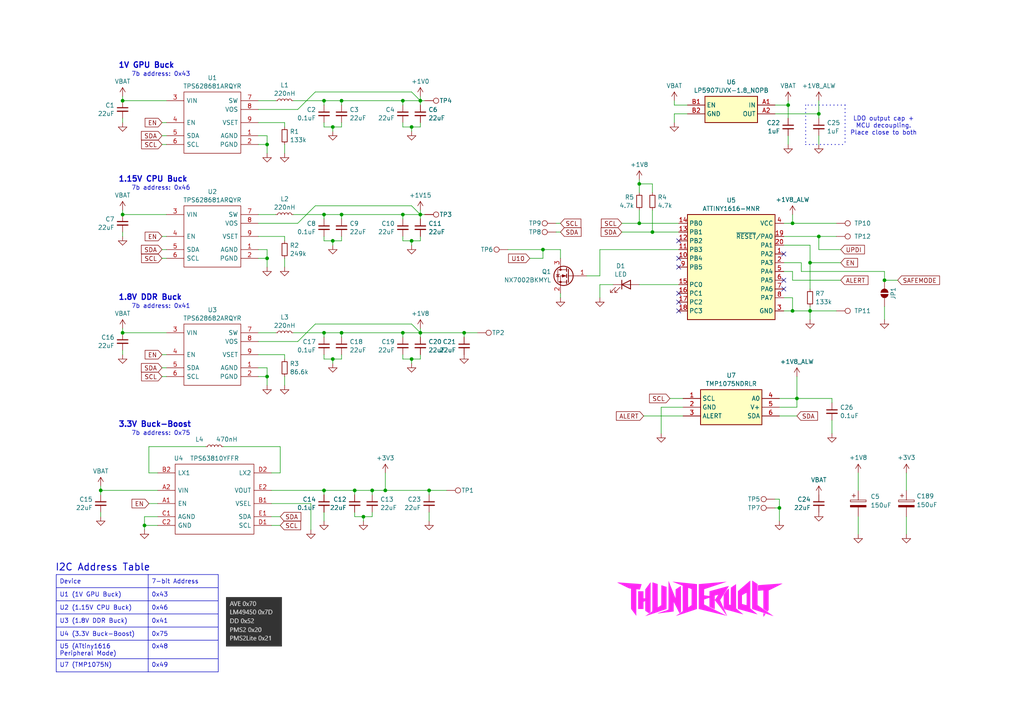
<source format=kicad_sch>
(kicad_sch (version 20241004) (generator "eeschema") (generator_version "8.99")
  (paper "A4")
  (polyline (pts (xy 189.2631 168.9068) (xy 189.312 168.9212) (xy 189.4813 168.9744) (xy 189.7244 169.053) (xy 190.016 169.149) (xy 190.7613 169.3963) (xy 190.7613 172.7804) (xy 190.77 175.1705) (xy 190.7795 175.8976) (xy 190.791 176.1646) (xy 190.7966 176.1629) (xy 190.8069 176.158) (xy 190.841 176.1389) (xy 190.891 176.1088) (xy 190.9549 176.0689) (xy 191.0305 176.0206) (xy 191.1158 175.9653) (xy 191.2087 175.9042) (xy 191.307 175.8387) (xy 191.7931 175.5127) (xy 191.7931 172.624) (xy 191.8016 170.5838) (xy 191.8107 169.9631) (xy 191.8218 169.7352) (xy 191.8428 169.7402) (xy 191.8917 169.7547) (xy 192.061 169.8078) (xy 192.3042 169.8865) (xy 192.5959 169.9825) (xy 193.3414 170.2299) (xy 193.3313 173.4411) (xy 193.3211 176.6524) (xy 190.285 177.6764) (xy 188.1297 178.4001) (xy 187.2112 178.7024) (xy 187.2091 178.7025) (xy 187.207 178.7025) (xy 187.2052 178.7024) (xy 187.2034 178.7023) (xy 187.2018 178.7021) (xy 187.2003 178.7018) (xy 187.199 178.7014) (xy 187.1978 178.7009) (xy 187.1968 178.7004) (xy 187.1959 178.6998) (xy 187.1951 178.6991) (xy 187.1945 178.6984) (xy 187.194 178.6975) (xy 187.1936 178.6966) (xy 187.1934 178.6957) (xy 187.1934 178.6946) (xy 187.1934 178.6935) (xy 187.1936 178.6924) (xy 187.194 178.6911) (xy 187.1945 178.6898) (xy 187.1951 178.6884) (xy 187.1959 178.687) (xy 187.1968 178.6855) (xy 187.1978 178.6839) (xy 187.199 178.6823) (xy 187.2003 178.6805) (xy 187.2018 178.6788) (xy 187.2034 178.677) (xy 187.2052 178.6751) (xy 187.207 178.6731) (xy 187.2091 178.6711) (xy 187.2112 178.669) (xy 187.2374 178.6492) (xy 187.2979 178.6064) (xy 187.506 178.4622) (xy 187.8043 178.2578) (xy 188.1617 178.0148) (xy 188.8268 177.5618) (xy 189.045 177.4115) (xy 189.144 177.3415) (xy 189.15 177.336) (xy 189.1556 177.3287) (xy 189.1608 177.3189) (xy 189.1658 177.3061) (xy 189.1704 177.2895) (xy 189.1747 177.2686) (xy 189.1787 177.2426) (xy 189.1824 177.2111) (xy 189.1859 177.1732) (xy 189.1891 177.1284) (xy 189.192 177.076) (xy 189.1947 177.0154) (xy 189.1994 176.8671) (xy 189.2032 176.6783) (xy 189.2063 176.4438) (xy 189.2087 176.1585) (xy 189.2105 175.8174) (xy 189.2118 175.4153) (xy 189.2132 174.4075) (xy 189.2135 173.0943) (xy 189.2219 170.1333) (xy 189.231 169.2326) (xy 189.2421 168.9017) (xy 189.2631 168.9068)) (stroke (width -0.0001) (type solid) (color 255 38 243 1)) (fill (type outline)))
  (polyline (pts (xy 221.4517 177.8428) (xy 221.4673 177.8482) (xy 221.492 177.856) (xy 221.5634 177.8772) (xy 221.6559 177.9037) (xy 221.7593 177.9323) (xy 221.8114 177.9469) (xy 221.8613 177.9617) (xy 221.9079 177.9763) (xy 221.95 177.9903) (xy 221.9864 178.0033) (xy 222.0158 178.0149) (xy 222.0371 178.0246) (xy 222.0444 178.0286) (xy 222.0492 178.0321) (xy 222.0503 178.0361) (xy 222.0487 178.0436) (xy 222.0379 178.0684) (xy 222.0181 178.1049) (xy 221.9903 178.1515) (xy 221.9152 178.2687) (xy 221.8213 178.4072) (xy 221.7174 178.5544) (xy 221.6123 178.6975) (xy 221.5149 178.8239) (xy 221.4717 178.8769) (xy 221.4338 178.9208) (xy 221.4321 178.9221) (xy 221.4303 178.9218) (xy 221.4286 178.9201) (xy 221.427 178.917) (xy 221.4237 178.9068) (xy 221.4206 178.8912) (xy 221.4177 178.8708) (xy 221.4149 178.8455) (xy 221.4123 178.8159) (xy 221.4099 178.782) (xy 221.4058 178.7027) (xy 221.4027 178.6097) (xy 221.4007 178.505) (xy 221.4 178.3907) (xy 221.4006 178.2373) (xy 221.4023 178.113) (xy 221.4056 178.0154) (xy 221.4105 177.942) (xy 221.4137 177.9137) (xy 221.4174 177.8905) (xy 221.4216 177.8722) (xy 221.4264 177.8584) (xy 221.4317 177.8489) (xy 221.4377 177.8433) (xy 221.4444 177.8414) (xy 221.4517 177.8428)) (stroke (width -0.0001) (type solid) (color 255 38 243 1)) (fill (type outline)))
  (polyline (pts (xy 179.07 168.91) (xy 179.1848 168.915) (xy 179.5697 168.9376) (xy 180.1142 168.9741) (xy 180.7611 169.0207) (xy 184.2457 169.2769) (xy 185.5485 169.3757) (xy 185.9482 169.409) (xy 186.099 169.4253) (xy 186.0965 169.4452) (xy 186.0836 169.4957) (xy 186.0323 169.6712) (xy 185.8669 170.1982) (xy 185.6921 170.7282) (xy 185.6292 170.9074) (xy 185.6088 170.9603) (xy 185.5976 170.983) (xy 185.5958 170.9841) (xy 185.5928 170.985) (xy 185.583 170.9863) (xy 185.5685 170.9871) (xy 185.5495 170.9874) (xy 185.4994 170.9863) (xy 185.4346 170.9832) (xy 185.3575 170.9782) (xy 185.2701 170.9714) (xy 185.1746 170.9631) (xy 185.0732 170.9532) (xy 184.5704 170.9017) (xy 184.5603 174.7641) (xy 184.5502 178.6265) (xy 183.7862 177.6068) (xy 183.0222 176.5871) (xy 183.0222 170.7382) (xy 182.7735 170.7183) (xy 182.7312 170.7139) (xy 182.6877 170.7072) (xy 182.6407 170.697) (xy 182.5881 170.6823) (xy 182.5278 170.6623) (xy 182.4574 170.636) (xy 182.3748 170.6023) (xy 182.2779 170.5604) (xy 182.1644 170.5092) (xy 182.0321 170.4477) (xy 181.8789 170.3751) (xy 181.7025 170.2903) (xy 181.2714 170.0803) (xy 180.7215 169.8099) (xy 179.914 169.4086) (xy 179.3709 169.1302) (xy 179.1937 169.0346) (xy 179.0769 168.9667) (xy 179.0185 168.9254) (xy 179.0106 168.9145) (xy 179.0167 168.9099) (xy 179.07 168.91)) (stroke (width -0.0001) (type solid) (color 255 38 243 1)) (fill (type outline)))
  (polyline (pts (xy 188.6949 168.903) (xy 188.6978 168.9032) (xy 188.7006 168.9035) (xy 188.7032 168.9039) (xy 188.7057 168.9044) (xy 188.7081 168.9051) (xy 188.7104 168.906) (xy 188.7125 168.9069) (xy 188.7145 168.908) (xy 188.7163 168.9092) (xy 188.7181 168.9106) (xy 188.7197 168.912) (xy 188.7211 168.9136) (xy 188.7224 168.9153) (xy 188.7236 168.9171) (xy 188.7246 168.9191) (xy 188.7255 168.9211) (xy 188.7263 168.9233) (xy 188.7269 168.9256) (xy 188.7274 168.928) (xy 188.7277 168.9305) (xy 188.7279 168.9331) (xy 188.7279 168.9358) (xy 188.7278 168.9386) (xy 188.7276 168.9415) (xy 188.7272 168.9445) (xy 188.7266 168.9476) (xy 188.7259 168.9508) (xy 188.7251 168.9541) (xy 188.7241 168.9575) (xy 188.7229 168.961) (xy 188.7216 168.9645) (xy 188.7168 169.0641) (xy 188.7123 169.3252) (xy 188.7046 170.2607) (xy 188.6975 173.289) (xy 188.6975 177.5507) (xy 188.4616 177.7109) (xy 188.369 177.7729) (xy 188.2914 177.8233) (xy 188.2607 177.8426) (xy 188.2368 177.857) (xy 188.2208 177.8659) (xy 188.216 177.8681) (xy 188.2135 177.8687) (xy 188.2004 177.861) (xy 188.1673 177.8397) (xy 188.0505 177.7626) (xy 187.8807 177.649) (xy 187.6756 177.5108) (xy 187.1497 177.1553) (xy 187.1497 175.7471) (xy 187.1481 175.2003) (xy 187.1436 174.7526) (xy 187.1369 174.45) (xy 187.133 174.3677) (xy 187.1287 174.3389) (xy 187.1254 174.3395) (xy 187.1197 174.3414) (xy 187.1019 174.3484) (xy 187.0764 174.3594) (xy 187.0443 174.3741) (xy 187.0066 174.3918) (xy 186.9644 174.4121) (xy 186.9188 174.4345) (xy 186.8708 174.4586) (xy 186.6338 174.5782) (xy 186.6338 176.6408) (xy 185.086 176.6408) (xy 185.086 171.4814) (xy 186.6338 171.4814) (xy 186.6338 173.5452) (xy 187.1497 173.5452) (xy 187.1497 170.9637) (xy 187.8939 169.934) (xy 188.187 169.5341) (xy 188.4352 169.2064) (xy 188.5343 169.0802) (xy 188.6122 168.9848) (xy 188.6658 168.9243) (xy 188.6825 168.9085) (xy 188.6919 168.903) (xy 188.6949 168.903)) (stroke (width -0.0001) (type solid) (color 255 38 243 1)) (fill (type outline)))
  (polyline (pts (xy 194.9204 170.9853) (xy 195.9405 173.5253) (xy 195.9525 172.2355) (xy 195.9645 170.9456) (xy 196.7022 170.4496) (xy 197.2332 170.0953) (xy 197.4025 169.9845) (xy 197.474 169.9402) (xy 197.4775 169.9583) (xy 197.4809 170.0142) (xy 197.4873 170.2317) (xy 197.4982 171.038) (xy 197.5055 172.2401) (xy 197.5082 173.7192) (xy 197.5082 177.5114) (xy 197.2868 177.675) (xy 197.2421 177.7075) (xy 197.1999 177.7374) (xy 197.1611 177.7639) (xy 197.1268 177.7865) (xy 197.0979 177.8045) (xy 197.0753 177.8174) (xy 197.0667 177.8216) (xy 197.0601 177.8244) (xy 197.0555 177.8256) (xy 197.054 177.8255) (xy 197.0531 177.825) (xy 196.9845 177.693) (xy 196.8069 177.3434) (xy 196.2326 176.2042) (xy 195.4246 174.5969) (xy 195.4047 175.9857) (xy 195.3849 177.3744) (xy 193.2021 177.6397) (xy 190.9084 177.9211) (xy 190.897 177.9226) (xy 190.8856 177.9236) (xy 190.8745 177.9243) (xy 190.8636 177.9246) (xy 190.8529 177.9245) (xy 190.8427 177.924) (xy 190.8329 177.9232) (xy 190.8236 177.922) (xy 190.8148 177.9205) (xy 190.8067 177.9187) (xy 190.7993 177.9166) (xy 190.7927 177.9141) (xy 190.787 177.9114) (xy 190.7821 177.9084) (xy 190.7782 177.9051) (xy 190.7767 177.9034) (xy 190.7754 177.9015) (xy 190.7732 177.8979) (xy 190.7713 177.8942) (xy 190.7695 177.8906) (xy 190.7679 177.8871) (xy 190.7666 177.8836) (xy 190.7655 177.8803) (xy 190.7646 177.877) (xy 190.7639 177.874) (xy 190.7635 177.8711) (xy 190.7633 177.8685) (xy 190.7633 177.866) (xy 190.7636 177.8638) (xy 190.7638 177.8628) (xy 190.7641 177.8619) (xy 190.7645 177.861) (xy 190.7649 177.8602) (xy 190.7654 177.8595) (xy 190.7659 177.8589) (xy 190.7665 177.8584) (xy 190.7672 177.8579) (xy 191.2201 177.7071) (xy 192.2892 177.3555) (xy 193.3689 176.9958) (xy 193.7087 176.8783) (xy 193.8062 176.8427) (xy 193.847 176.8254) (xy 193.8506 176.8202) (xy 193.854 176.8097) (xy 193.8604 176.7715) (xy 193.8661 176.7087) (xy 193.8713 176.6189) (xy 193.8801 176.3494) (xy 193.8868 175.945) (xy 193.8918 175.3877) (xy 193.8953 174.6594) (xy 193.8984 172.6176) (xy 193.9003 168.4453) (xy 194.9204 170.9853)) (stroke (width -0.0001) (type solid) (color 255 38 243 1)) (fill (type outline)))
  (polyline (pts (xy 218.1723 168.3885) (xy 218.1861 168.3963) (xy 218.2352 168.4266) (xy 218.4079 168.5375) (xy 218.6582 168.7017) (xy 218.96 168.9022) (xy 219.7331 169.4187) (xy 219.7336 172.4642) (xy 219.734 175.5097) (xy 220.513 176.0437) (xy 220.8192 176.2547) (xy 221.077 176.4346) (xy 221.2593 176.5643) (xy 221.3136 176.6043) (xy 221.339 176.6247) (xy 221.3467 176.6314) (xy 221.3601 176.6416) (xy 221.4024 176.6718) (xy 221.4634 176.7135) (xy 221.5404 176.7652) (xy 221.7327 176.8915) (xy 221.9588 177.037) (xy 222.1874 177.1844) (xy 222.3866 177.3158) (xy 222.5349 177.4167) (xy 222.5833 177.4513) (xy 222.6109 177.4729) (xy 222.6431 177.4983) (xy 222.7044 177.5435) (xy 222.9001 177.6834) (xy 223.1696 177.8723) (xy 223.484 178.0902) (xy 223.9781 178.4313) (xy 224.1335 178.54) (xy 224.2384 178.6154) (xy 224.3011 178.6633) (xy 224.3294 178.6897) (xy 224.3332 178.6967) (xy 224.3315 178.7006) (xy 224.3253 178.702) (xy 224.3155 178.7018) (xy 224.2824 178.6925) (xy 224.2022 178.6671) (xy 223.9216 178.5747) (xy 223.516 178.4387) (xy 223.0276 178.2731) (xy 223.0272 178.2731) (xy 222.0901 177.9554) (xy 221.5926 177.7897) (xy 220.9831 177.5878) (xy 219.7768 177.1832) (xy 218.1456 176.6342) (xy 218.1456 172.51) (xy 218.1517 169.5973) (xy 218.1662 168.3858) (xy 218.1723 168.3885)) (stroke (width -0.0001) (type solid) (color 255 38 243 1)) (fill (type outline)))
  (polyline (pts (xy 217.5976 168.41) (xy 217.6014 168.4648) (xy 217.6084 168.6809) (xy 217.6199 169.5033) (xy 217.6275 170.7773) (xy 217.6304 172.4207) (xy 217.6312 176.4622) (xy 218.6623 177.3122) (xy 219.3906 177.9164) (xy 219.6121 178.1032) (xy 219.6935 178.1754) (xy 219.6935 178.1765) (xy 219.6934 178.1774) (xy 219.6932 178.1784) (xy 219.693 178.1788) (xy 219.6928 178.1792) (xy 219.6925 178.1796) (xy 219.6921 178.18) (xy 219.6917 178.1803) (xy 219.6912 178.1806) (xy 219.6905 178.1809) (xy 219.6898 178.1811) (xy 219.689 178.1813) (xy 219.688 178.1814) (xy 219.6869 178.1815) (xy 219.6857 178.1816) (xy 219.6843 178.1816) (xy 219.6828 178.1816) (xy 219.6793 178.1813) (xy 219.6751 178.1809) (xy 219.6701 178.1802) (xy 219.6643 178.1793) (xy 219.6577 178.1781) (xy 219.65 178.1766) (xy 219.6414 178.1748) (xy 219.6317 178.1727) (xy 219.6208 178.1702) (xy 219.6088 178.1674) (xy 219.5955 178.1643) (xy 219.5809 178.1607) (xy 219.5648 178.1567) (xy 219.5474 178.1523) (xy 219.5284 178.1475) (xy 219.5078 178.1422) (xy 219.4617 178.1302) (xy 219.4085 178.1162) (xy 219.3477 178.1) (xy 219.2789 178.0815) (xy 219.2015 178.0606) (xy 219.115 178.0372) (xy 219.0189 178.011) (xy 218.9128 177.982) (xy 218.796 177.95) (xy 218.6682 177.915) (xy 218.5287 177.8767) (xy 218.213 177.7898) (xy 217.8449 177.6884) (xy 216.9352 177.4376) (xy 214.1273 176.6664) (xy 214.0182 176.6393) (xy 214.0182 175.1693) (xy 215.2088 175.1693) (xy 215.3774 175.2142) (xy 215.6365 175.2848) (xy 216.0224 175.3916) (xy 216.3675 175.486) (xy 216.4792 175.5153) (xy 216.5284 175.5268) (xy 216.5314 175.5177) (xy 216.5344 175.4905) (xy 216.5399 175.3854) (xy 216.545 175.2189) (xy 216.5494 174.9983) (xy 216.5558 174.4247) (xy 216.5581 173.7238) (xy 216.5582 173.7238) (xy 216.5561 173.0226) (xy 216.5507 172.4484) (xy 216.5425 172.0605) (xy 216.5378 171.9548) (xy 216.5326 171.918) (xy 216.5267 171.9199) (xy 216.5143 171.9253) (xy 216.4715 171.9464) (xy 216.4071 171.9797) (xy 216.3239 172.0238) (xy 216.112 172.1384) (xy 215.858 172.2783) (xy 215.2088 172.6387) (xy 215.2088 175.1693) (xy 214.0182 175.1693) (xy 214.0182 171.4776) (xy 214.1273 171.3762) (xy 214.7654 170.8176) (xy 215.9379 169.8053) (xy 217.0717 168.8325) (xy 217.5937 168.3924) (xy 217.5976 168.41)) (stroke (width -0.0001) (type solid) (color 255 38 243 1)) (fill (type outline)))
  (polyline (pts (xy 213.5022 172.9462) (xy 213.5221 176.4793) (xy 214.5142 177.297) (xy 215.1449 177.8173) (xy 215.4602 178.0815) (xy 215.5308 178.1444) (xy 215.56 178.1756) (xy 215.563 178.1827) (xy 215.5603 178.1858) (xy 215.5441 178.1859) (xy 215.3948 178.1475) (xy 215.0162 178.045) (xy 213.7999 177.7101) (xy 211.1131 176.97) (xy 210.1329 176.7028) (xy 210.0118 176.4286) (xy 209.8906 176.1543) (xy 209.8906 172.5399) (xy 210.3483 171.8367) (xy 210.4969 171.6092) (xy 210.6138 171.434) (xy 210.6629 171.3629) (xy 210.7073 171.3011) (xy 210.7478 171.2476) (xy 210.7856 171.2009) (xy 210.8217 171.16) (xy 210.857 171.1236) (xy 210.8927 171.0905) (xy 210.9298 171.0594) (xy 210.9692 171.0291) (xy 211.0121 170.9984) (xy 211.1123 170.9311) (xy 211.4186 170.7288) (xy 211.4385 173.0397) (xy 211.4583 175.3506) (xy 211.6964 175.4136) (xy 211.9346 175.4767) (xy 211.9544 172.9561) (xy 211.9742 170.4354) (xy 212.7283 169.9242) (xy 213.4824 169.4131) (xy 213.5022 172.9462)) (stroke (width -0.0001) (type solid) (color 255 38 243 1)) (fill (type outline)))
  (polyline (pts (xy 195.0793 168.7064) (xy 195.1474 168.7118) (xy 195.3752 168.7322) (xy 195.6972 168.7628) (xy 196.0794 168.8004) (xy 199.5124 169.1396) (xy 201.2764 169.3162) (xy 202.0623 169.4006) (xy 202.1516 169.4192) (xy 202.1516 176.6351) (xy 201.9432 176.7127) (xy 199.0233 177.6873) (xy 196.1191 178.6438) (xy 196.0877 178.6527) (xy 196.0752 178.656) (xy 196.065 178.6586) (xy 196.0568 178.6603) (xy 196.0507 178.6611) (xy 196.0484 178.6612) (xy 196.0467 178.6611) (xy 196.0454 178.6607) (xy 196.0447 178.6601) (xy 196.0445 178.6592) (xy 196.0447 178.6581) (xy 196.0455 178.6567) (xy 196.0468 178.6551) (xy 196.0508 178.651) (xy 196.0567 178.6458) (xy 196.0645 178.6395) (xy 196.0742 178.632) (xy 196.0992 178.6133) (xy 196.7934 178.1255) (xy 197.7476 177.4619) (xy 198.0245 177.271) (xy 198.0144 173.5729) (xy 198.0137 173.3226) (xy 199.5719 173.3226) (xy 199.5806 175.3293) (xy 199.5901 175.9394) (xy 199.5957 176.1054) (xy 199.6017 176.1631) (xy 199.6072 176.1612) (xy 199.6174 176.1561) (xy 199.6508 176.1365) (xy 199.6999 176.1058) (xy 199.7626 176.0652) (xy 199.8368 176.0162) (xy 199.9204 175.96) (xy 200.0114 175.8981) (xy 200.1077 175.8318) (xy 200.5839 175.502) (xy 200.5935 173.1841) (xy 200.6031 170.8663) (xy 200.1371 170.6923) (xy 199.6215 170.4996) (xy 199.6179 170.5) (xy 199.6145 170.504) (xy 199.6112 170.512) (xy 199.6081 170.524) (xy 199.6023 170.5611) (xy 199.5971 170.617) (xy 199.5925 170.6931) (xy 199.5885 170.7911) (xy 199.5819 171.0591) (xy 199.5772 171.4336) (xy 199.5741 171.9272) (xy 199.5724 172.5527) (xy 199.5719 173.3226) (xy 198.0137 173.3226) (xy 198.0042 169.8747) (xy 197.5677 169.7077) (xy 196.576 169.3252) (xy 195.7632 169.0057) (xy 195.2226 168.7865) (xy 195.0836 168.7261) (xy 195.0475 168.7047) (xy 195.0793 168.7064)) (stroke (width -0.0001) (type solid) (color 255 38 243 1)) (fill (type outline)))
  (polyline (pts (xy 226.9564 169.2292) (xy 226.9564 169.2328) (xy 226.9522 169.2382) (xy 226.9439 169.2456) (xy 226.915 169.2661) (xy 226.8696 169.2943) (xy 226.8075 169.3303) (xy 226.7286 169.3741) (xy 226.5203 169.4852) (xy 226.244 169.628) (xy 225.8988 169.803) (xy 225.4842 170.0106) (xy 224.9993 170.251) (xy 222.9508 171.2631) (xy 222.9493 174.0836) (xy 222.9478 176.9042) (xy 222.7907 177.1148) (xy 222.6759 177.2673) (xy 222.638 177.3167) (xy 222.6206 177.3384) (xy 222.6191 177.3385) (xy 222.6161 177.3377) (xy 222.6056 177.3332) (xy 222.5895 177.325) (xy 222.5679 177.3133) (xy 222.5098 177.2801) (xy 222.434 177.2353) (xy 222.343 177.1803) (xy 222.2393 177.1165) (xy 222.1253 177.0457) (xy 222.0038 176.9692) (xy 221.4 176.587) (xy 221.4 171.2433) (xy 221.2512 171.244) (xy 221.2104 171.2454) (xy 221.1511 171.2489) (xy 220.9887 171.2616) (xy 220.7864 171.2802) (xy 220.5666 171.3028) (xy 220.3515 171.3254) (xy 220.162 171.344) (xy 220.0185 171.3567) (xy 219.9415 171.3615) (xy 219.8522 171.3623) (xy 219.8522 169.74) (xy 220.0209 169.7183) (xy 220.2195 169.7004) (xy 220.6355 169.6678) (xy 221.8763 169.577) (xy 225.21 169.3367) (xy 226.4013 169.2548) (xy 226.7854 169.2326) (xy 226.9524 169.2275) (xy 226.9564 169.2292)) (stroke (width -0.0001) (type solid) (color 255 38 243 1)) (fill (type outline)))
  (polyline (pts (xy 210.7244 168.7292) (xy 210.5391 168.7943) (xy 209.844 169.0321) (xy 207.5292 169.811) (xy 204.2352 170.9125) (xy 204.2245 171.7856) (xy 204.2138 172.6588) (xy 204.8397 172.7468) (xy 205.6134 172.8576) (xy 205.7613 172.8803) (xy 205.7721 172.1753) (xy 205.783 171.4703) (xy 208.5983 170.7027) (xy 210.5887 170.1633) (xy 211.4206 169.9443) (xy 211.3909 170.0002) (xy 211.3039 170.1465) (xy 211.0075 170.63) (xy 210.6307 171.2343) (xy 210.2728 171.7989) (xy 209.9017 172.3859) (xy 209.421 173.1563) (xy 208.8621 174.0573) (xy 209.3812 175.22) (xy 209.7802 176.117) (xy 210.0105 176.6408) (xy 210.1955 177.062) (xy 210.4856 177.7124) (xy 210.8677 178.5671) (xy 210.8685 178.5692) (xy 210.8691 178.5713) (xy 210.8695 178.5733) (xy 210.8697 178.5754) (xy 210.8697 178.5774) (xy 210.8696 178.5794) (xy 210.8693 178.5813) (xy 210.8688 178.5832) (xy 210.8681 178.5851) (xy 210.8673 178.587) (xy 210.8663 178.5888) (xy 210.8652 178.5905) (xy 210.8639 178.5922) (xy 210.8624 178.5938) (xy 210.8608 178.5954) (xy 210.8591 178.597) (xy 210.8572 178.5984) (xy 210.8552 178.5998) (xy 210.853 178.6012) (xy 210.8507 178.6024) (xy 210.8483 178.6036) (xy 210.8458 178.6047) (xy 210.8431 178.6058) (xy 210.8404 178.6067) (xy 210.8375 178.6076) (xy 210.8345 178.6084) (xy 210.8314 178.6091) (xy 210.8282 178.6097) (xy 210.8249 178.6102) (xy 210.8215 178.6106) (xy 210.818 178.6109) (xy 210.8144 178.6111) (xy 210.4754 178.5361) (xy 209.6046 178.3297) (xy 206.795 177.649) (xy 202.7568 176.6616) (xy 202.6675 176.6393) (xy 202.6675 173.881) (xy 204.2153 173.881) (xy 204.2168 175.3113) (xy 207.4804 176.9461) (xy 209.794 178.1014) (xy 210.7737 178.5832) (xy 210.7768 178.5833) (xy 210.7797 178.5832) (xy 210.7826 178.5829) (xy 210.7853 178.5824) (xy 210.7879 178.5817) (xy 210.7904 178.5808) (xy 210.7926 178.5797) (xy 210.7948 178.5785) (xy 210.7967 178.5771) (xy 210.7976 178.5764) (xy 210.7984 178.5756) (xy 210.7992 178.5748) (xy 210.7999 178.5739) (xy 210.8006 178.5731) (xy 210.8012 178.5721) (xy 210.8017 178.5712) (xy 210.8022 178.5703) (xy 210.8026 178.5693) (xy 210.8029 178.5683) (xy 210.8032 178.5672) (xy 210.8034 178.5662) (xy 210.8035 178.5651) (xy 210.8035 178.564) (xy 210.7678 178.5139) (xy 210.6657 178.3785) (xy 210.2905 177.8894) (xy 209.7352 177.171) (xy 209.0572 176.2976) (xy 207.311 174.0527) (xy 207.311 176.6408) (xy 207.2133 176.6408) (xy 207.1999 176.6391) (xy 207.1799 176.6342) (xy 207.1539 176.6262) (xy 207.1221 176.6153) (xy 207.043 176.5853) (xy 206.9457 176.5457) (xy 206.8336 176.4978) (xy 206.7097 176.4428) (xy 206.5773 176.3822) (xy 206.4394 176.3172) (xy 205.7632 175.9935) (xy 205.7632 174.69) (xy 205.7609 174.1838) (xy 205.7547 173.7693) (xy 205.7456 173.4893) (xy 205.7403 173.413) (xy 205.7383 173.3993) (xy 207.311 173.3993) (xy 207.3116 173.5312) (xy 207.3136 173.6507) (xy 207.3167 173.756) (xy 207.3208 173.845) (xy 207.3259 173.9158) (xy 207.3318 173.9665) (xy 207.3351 173.9836) (xy 207.3385 173.995) (xy 207.342 174.0004) (xy 207.3438 174.0008) (xy 207.3457 173.9996) (xy 207.3625 173.9772) (xy 207.3971 173.9278) (xy 207.5117 173.7602) (xy 207.6723 173.5218) (xy 207.8621 173.2376) (xy 208.0475 172.9564) (xy 208.1961 172.7261) (xy 208.2928 172.5705) (xy 208.317 172.5281) (xy 208.3222 172.5171) (xy 208.3225 172.5133) (xy 208.3081 172.5158) (xy 208.2751 172.5231) (xy 208.1619 172.5497) (xy 207.9999 172.5891) (xy 207.806 172.6373) (xy 207.311 172.7613) (xy 207.311 173.3993) (xy 205.7383 173.3993) (xy 205.7374 173.3932) (xy 205.7345 173.3864) (xy 205.7135 173.3915) (xy 205.6646 173.4059) (xy 205.4954 173.4591) (xy 205.2522 173.5377) (xy 204.9606 173.6337) (xy 204.2153 173.881) (xy 202.6675 173.881) (xy 202.6675 169.4213) (xy 202.7965 169.4008) (xy 206.823 169.0425) (xy 210.7836 168.706) (xy 210.7244 168.7292)) (stroke (width -0.0001) (type solid) (color 255 38 243 1)) (fill (type outline)))
  (text "I2C Address Table" (at 29.83 164.6627 0) (effects (font (size 2 2) (thickness 0.254) (bold yes))))
  (text "LDO output cap +\nMCU decoupling.\nPlace close to both" (at 256.286 36.576 0) (effects (font (size 1.27 1.27))))
  (text "3.3V Buck-Boost" (at 34.29 123.19 0) (effects (font (size 1.6 1.6) (thickness 0.32) (bold yes)) (justify left)))
  (text "1.15V CPU Buck" (at 34.29 52.07 0) (effects (font (size 1.6 1.6) (thickness 0.32) (bold yes)) (justify left)))
  (text "7b address: 0x43" (at 38.1 21.59 0) (effects (font (size 1.27 1.27) (thickness 0.1588)) (justify left)))
  (text "7b address: 0x41" (at 38.1 88.9 0) (effects (font (size 1.27 1.27) (thickness 0.1588)) (justify left)))
  (text "1.8V DDR Buck" (at 34.29 86.36 0) (effects (font (size 1.6 1.6) (thickness 0.32) (bold yes)) (justify left)))
  (text "1V GPU Buck" (at 34.29 19.05 0) (effects (font (size 1.6 1.6) (thickness 0.32) (bold yes)) (justify left)))
  (text "7b address: 0x75" (at 38.1 125.73 0) (effects (font (size 1.27 1.27) (thickness 0.1588)) (justify left)))
  (text "7b address: 0x46" (at 38.1 54.61 0) (effects (font (size 1.27 1.27) (thickness 0.1588)) (justify left)))
  (junction (at 119.38 36.83))
  (junction (at 185.42 53.34))
  (junction (at 189.23 67.31))
  (junction (at 256.54 81.28))
  (junction (at 157.48 72.39))
  (junction (at 121.92 62.23))
  (junction (at 231.14 115.57))
  (junction (at 35.56 62.23))
  (junction (at 134.62 96.52))
  (junction (at 116.84 96.52))
  (junction (at 93.98 142.24))
  (junction (at 234.95 90.17))
  (junction (at 121.92 96.52))
  (junction (at 35.56 96.52))
  (junction (at 99.06 62.23))
  (junction (at 93.98 29.21))
  (junction (at 96.52 104.14))
  (junction (at 107.95 142.24))
  (junction (at 96.52 36.83))
  (junction (at 119.38 104.14))
  (junction (at 77.47 109.22))
  (junction (at 229.87 64.77))
  (junction (at 99.06 96.52))
  (junction (at 96.52 69.85))
  (junction (at 77.47 41.91))
  (junction (at 229.87 90.17))
  (junction (at 116.84 62.23))
  (junction (at 93.98 96.52))
  (junction (at 237.49 33.02))
  (junction (at 226.06 147.32))
  (junction (at 93.98 62.23))
  (junction (at 105.41 149.86))
  (junction (at 29.21 142.24))
  (junction (at 41.91 152.4))
  (junction (at 99.06 29.21))
  (junction (at 102.87 142.24))
  (junction (at 116.84 29.21))
  (junction (at 124.46 142.24))
  (junction (at 77.47 74.93))
  (junction (at 228.6 30.48))
  (junction (at 121.92 29.21))
  (junction (at 237.49 68.58))
  (junction (at 35.56 29.21))
  (junction (at 185.42 64.77))
  (junction (at 111.76 142.24))
  (junction (at 234.95 76.2))
  (junction (at 119.38 69.85))
  (no_connect (at 196.85 87.63))
  (no_connect (at 196.85 90.17))
  (no_connect (at 227.33 81.28))
  (no_connect (at 227.33 83.82))
  (no_connect (at 227.33 73.66))
  (no_connect (at 196.85 77.47))
  (no_connect (at 196.85 69.85))
  (no_connect (at 196.85 85.09))
  (no_connect (at 196.85 74.93))
  (polyline (pts (xy 245.11 30.48) (xy 245.11 41.91)) (stroke (width 0.254) (type dot)))
  (wire (pts (xy 96.52 69.85) (xy 99.06 69.85)))
  (wire (pts (xy 93.98 36.83) (xy 96.52 36.83)))
  (wire (pts (xy 134.62 96.52) (xy 138.43 96.52)))
  (wire (pts (xy 35.56 35.56) (xy 35.56 34.29)))
  (wire (pts (xy 116.84 35.56) (xy 116.84 36.83)))
  (wire (pts (xy 121.92 35.56) (xy 121.92 36.83)))
  (wire (pts (xy 74.93 31.75) (xy 86.36 31.75)))
  (wire (pts (xy 234.95 76.2) (xy 234.95 83.82)))
  (wire (pts (xy 243.84 72.39) (xy 237.49 72.39)))
  (wire (pts (xy 194.31 115.57) (xy 198.12 115.57)))
  (wire (pts (xy 78.74 149.86) (xy 81.28 149.86)))
  (wire (pts (xy 232.41 78.74) (xy 256.54 78.74)))
  (wire (pts (xy 99.06 96.52) (xy 99.06 97.79)))
  (wire (pts (xy 248.92 137.16) (xy 248.92 142.24)))
  (wire (pts (xy 105.41 151.13) (xy 105.41 149.86)))
  (wire (pts (xy 74.93 109.22) (xy 77.47 109.22)))
  (wire (pts (xy 241.3 125.73) (xy 241.3 121.92)))
  (wire (pts (xy 35.56 29.21) (xy 48.26 29.21)))
  (wire (pts (xy 96.52 36.83) (xy 99.06 36.83)))
  (wire (pts (xy 78.74 146.05) (xy 90.17 146.05)))
  (wire (pts (xy 121.92 60.96) (xy 121.92 62.23)))
  (wire (pts (xy 41.91 149.86) (xy 41.91 152.4)))
  (wire (pts (xy 224.79 147.32) (xy 226.06 147.32)))
  (wire (pts (xy 124.46 148.59) (xy 124.46 151.13)))
  (wire (pts (xy 116.84 62.23) (xy 116.84 63.5)))
  (wire (pts (xy 64.77 129.54) (xy 81.28 129.54)))
  (wire (pts (xy 226.06 144.78) (xy 226.06 147.32)))
  (wire (pts (xy 227.33 68.58) (xy 237.49 68.58)))
  (wire (pts (xy 35.56 68.58) (xy 35.56 67.31)))
  (polyline (pts (xy 233.68 41.91) (xy 245.11 41.91)) (stroke (width 0.254) (type dot)))
  (wire (pts (xy 170.18 80.01) (xy 173.99 80.01)))
  (wire (pts (xy 121.92 62.23) (xy 123.19 62.23)))
  (wire (pts (xy 231.14 120.65) (xy 226.06 120.65)))
  (wire (pts (xy 82.55 68.58) (xy 82.55 69.85)))
  (wire (pts (xy 93.98 62.23) (xy 99.06 62.23)))
  (wire (pts (xy 199.39 33.02) (xy 195.58 33.02)))
  (wire (pts (xy 195.58 30.48) (xy 195.58 29.21)))
  (wire (pts (xy 46.99 35.56) (xy 48.26 35.56)))
  (wire (pts (xy 41.91 149.86) (xy 45.72 149.86)))
  (wire (pts (xy 173.99 72.39) (xy 196.85 72.39)))
  (wire (pts (xy 93.98 68.58) (xy 93.98 69.85)))
  (wire (pts (xy 46.99 74.93) (xy 48.26 74.93)))
  (wire (pts (xy 185.42 60.96) (xy 185.42 64.77)))
  (wire (pts (xy 116.84 96.52) (xy 121.92 96.52)))
  (wire (pts (xy 99.06 35.56) (xy 99.06 36.83)))
  (wire (pts (xy 237.49 29.21) (xy 237.49 33.02)))
  (wire (pts (xy 74.93 68.58) (xy 82.55 68.58)))
  (wire (pts (xy 121.92 29.21) (xy 123.19 29.21)))
  (wire (pts (xy 189.23 53.34) (xy 189.23 55.88)))
  (wire (pts (xy 116.84 96.52) (xy 116.84 97.79)))
  (wire (pts (xy 185.42 82.55) (xy 196.85 82.55)))
  (wire (pts (xy 224.79 30.48) (xy 228.6 30.48)))
  (wire (pts (xy 229.87 90.17) (xy 234.95 90.17)))
  (wire (pts (xy 191.77 125.73) (xy 191.77 118.11)))
  (wire (pts (xy 102.87 143.51) (xy 102.87 142.24)))
  (wire (pts (xy 82.55 41.91) (xy 82.55 44.45)))
  (wire (pts (xy 35.56 60.96) (xy 35.56 62.23)))
  (wire (pts (xy 77.47 74.93) (xy 77.47 77.47)))
  (wire (pts (xy 74.93 102.87) (xy 82.55 102.87)))
  (wire (pts (xy 77.47 41.91) (xy 77.47 44.45)))
  (wire (pts (xy 241.3 116.84) (xy 241.3 115.57)))
  (wire (pts (xy 43.18 129.54) (xy 43.18 137.16)))
  (wire (pts (xy 35.56 27.94) (xy 35.56 29.21)))
  (wire (pts (xy 241.3 115.57) (xy 231.14 115.57)))
  (wire (pts (xy 93.98 62.23) (xy 93.98 63.5)))
  (wire (pts (xy 121.92 95.25) (xy 121.92 96.52)))
  (wire (pts (xy 256.54 92.71) (xy 256.54 88.9)))
  (wire (pts (xy 74.93 106.68) (xy 77.47 106.68)))
  (wire (pts (xy 29.21 142.24) (xy 45.72 142.24)))
  (wire (pts (xy 43.18 146.05) (xy 45.72 146.05)))
  (wire (pts (xy 121.92 62.23) (xy 121.92 63.5)))
  (wire (pts (xy 82.55 109.22) (xy 82.55 111.76)))
  (wire (pts (xy 41.91 152.4) (xy 45.72 152.4)))
  (wire (pts (xy 105.41 149.86) (xy 107.95 149.86)))
  (wire (pts (xy 96.52 104.14) (xy 99.06 104.14)))
  (wire (pts (xy 99.06 62.23) (xy 99.06 63.5)))
  (wire (pts (xy 119.38 105.41) (xy 119.38 104.14)))
  (wire (pts (xy 102.87 149.86) (xy 105.41 149.86)))
  (wire (pts (xy 85.09 29.21) (xy 93.98 29.21)))
  (wire (pts (xy 93.98 96.52) (xy 99.06 96.52)))
  (wire (pts (xy 227.33 76.2) (xy 232.41 76.2)))
  (wire (pts (xy 46.99 72.39) (xy 48.26 72.39)))
  (wire (pts (xy 224.79 33.02) (xy 237.49 33.02)))
  (wire (pts (xy 134.62 96.52) (xy 134.62 97.79)))
  (wire (pts (xy 93.98 142.24) (xy 102.87 142.24)))
  (wire (pts (xy 121.92 29.21) (xy 121.92 30.48)))
  (wire (pts (xy 86.36 31.75) (xy 91.44 26.67)))
  (wire (pts (xy 121.92 96.52) (xy 121.92 97.79)))
  (wire (pts (xy 116.84 29.21) (xy 121.92 29.21)))
  (wire (pts (xy 162.56 72.39) (xy 157.48 72.39)))
  (wire (pts (xy 99.06 62.23) (xy 116.84 62.23)))
  (wire (pts (xy 229.87 78.74) (xy 229.87 81.28)))
  (wire (pts (xy 229.87 64.77) (xy 229.87 62.23)))
  (wire (pts (xy 227.33 64.77) (xy 229.87 64.77)))
  (wire (pts (xy 107.95 148.59) (xy 107.95 149.86)))
  (wire (pts (xy 119.38 26.67) (xy 121.92 29.21)))
  (wire (pts (xy 237.49 72.39) (xy 237.49 68.58)))
  (wire (pts (xy 29.21 143.51) (xy 29.21 142.24)))
  (wire (pts (xy 226.06 115.57) (xy 231.14 115.57)))
  (wire (pts (xy 180.34 67.31) (xy 189.23 67.31)))
  (wire (pts (xy 124.46 142.24) (xy 124.46 143.51)))
  (wire (pts (xy 234.95 76.2) (xy 243.84 76.2)))
  (wire (pts (xy 91.44 93.98) (xy 119.38 93.98)))
  (wire (pts (xy 234.95 71.12) (xy 234.95 76.2)))
  (wire (pts (xy 29.21 149.86) (xy 29.21 148.59)))
  (wire (pts (xy 99.06 29.21) (xy 99.06 30.48)))
  (wire (pts (xy 227.33 86.36) (xy 229.87 86.36)))
  (wire (pts (xy 121.92 102.87) (xy 121.92 104.14)))
  (wire (pts (xy 189.23 67.31) (xy 196.85 67.31)))
  (wire (pts (xy 119.38 93.98) (xy 121.92 96.52)))
  (wire (pts (xy 102.87 148.59) (xy 102.87 149.86)))
  (wire (pts (xy 173.99 80.01) (xy 173.99 72.39)))
  (wire (pts (xy 82.55 74.93) (xy 82.55 77.47)))
  (wire (pts (xy 228.6 41.91) (xy 228.6 39.37)))
  (wire (pts (xy 234.95 88.9) (xy 234.95 90.17)))
  (wire (pts (xy 226.06 144.78) (xy 224.79 144.78)))
  (wire (pts (xy 111.76 137.16) (xy 111.76 142.24)))
  (wire (pts (xy 74.93 62.23) (xy 80.01 62.23)))
  (wire (pts (xy 86.36 64.77) (xy 91.44 59.69)))
  (wire (pts (xy 96.52 38.1) (xy 96.52 36.83)))
  (wire (pts (xy 119.38 36.83) (xy 121.92 36.83)))
  (wire (pts (xy 74.93 64.77) (xy 86.36 64.77)))
  (wire (pts (xy 74.93 96.52) (xy 80.01 96.52)))
  (wire (pts (xy 99.06 68.58) (xy 99.06 69.85)))
  (wire (pts (xy 153.67 74.93) (xy 157.48 74.93)))
  (wire (pts (xy 90.17 146.05) (xy 90.17 153.67)))
  (wire (pts (xy 185.42 52.07) (xy 185.42 53.34)))
  (wire (pts (xy 78.74 152.4) (xy 81.28 152.4)))
  (wire (pts (xy 116.84 62.23) (xy 121.92 62.23)))
  (wire (pts (xy 242.57 64.77) (xy 229.87 64.77)))
  (wire (pts (xy 74.93 41.91) (xy 77.47 41.91)))
  (wire (pts (xy 162.56 74.93) (xy 162.56 72.39)))
  (wire (pts (xy 93.98 102.87) (xy 93.98 104.14)))
  (wire (pts (xy 35.56 102.87) (xy 35.56 101.6)))
  (wire (pts (xy 85.09 96.52) (xy 93.98 96.52)))
  (wire (pts (xy 185.42 53.34) (xy 189.23 53.34)))
  (wire (pts (xy 116.84 36.83) (xy 119.38 36.83)))
  (wire (pts (xy 124.46 142.24) (xy 111.76 142.24)))
  (wire (pts (xy 186.69 120.65) (xy 198.12 120.65)))
  (wire (pts (xy 46.99 68.58) (xy 48.26 68.58)))
  (wire (pts (xy 195.58 33.02) (xy 195.58 35.56)))
  (wire (pts (xy 107.95 143.51) (xy 107.95 142.24)))
  (wire (pts (xy 77.47 72.39) (xy 77.47 74.93)))
  (wire (pts (xy 234.95 90.17) (xy 234.95 92.71)))
  (wire (pts (xy 121.92 68.58) (xy 121.92 69.85)))
  (wire (pts (xy 102.87 142.24) (xy 107.95 142.24)))
  (wire (pts (xy 77.47 109.22) (xy 77.47 111.76)))
  (wire (pts (xy 91.44 59.69) (xy 119.38 59.69)))
  (wire (pts (xy 157.48 72.39) (xy 157.48 74.93)))
  (wire (pts (xy 121.92 96.52) (xy 134.62 96.52)))
  (wire (pts (xy 93.98 104.14) (xy 96.52 104.14)))
  (wire (pts (xy 46.99 102.87) (xy 48.26 102.87)))
  (wire (pts (xy 116.84 68.58) (xy 116.84 69.85)))
  (wire (pts (xy 229.87 86.36) (xy 229.87 90.17)))
  (wire (pts (xy 93.98 143.51) (xy 93.98 142.24)))
  (wire (pts (xy 74.93 72.39) (xy 77.47 72.39)))
  (wire (pts (xy 96.52 105.41) (xy 96.52 104.14)))
  (wire (pts (xy 99.06 96.52) (xy 116.84 96.52)))
  (wire (pts (xy 228.6 30.48) (xy 228.6 29.21)))
  (wire (pts (xy 129.54 142.24) (xy 124.46 142.24)))
  (wire (pts (xy 41.91 152.4) (xy 41.91 153.67)))
  (wire (pts (xy 231.14 118.11) (xy 226.06 118.11)))
  (wire (pts (xy 161.29 64.77) (xy 162.56 64.77)))
  (wire (pts (xy 96.52 71.12) (xy 96.52 69.85)))
  (wire (pts (xy 262.89 137.16) (xy 262.89 142.24)))
  (wire (pts (xy 227.33 90.17) (xy 229.87 90.17)))
  (wire (pts (xy 74.93 29.21) (xy 80.01 29.21)))
  (wire (pts (xy 227.33 78.74) (xy 229.87 78.74)))
  (wire (pts (xy 121.92 27.94) (xy 121.92 29.21)))
  (wire (pts (xy 229.87 81.28) (xy 243.84 81.28)))
  (wire (pts (xy 46.99 41.91) (xy 48.26 41.91)))
  (wire (pts (xy 35.56 96.52) (xy 48.26 96.52)))
  (wire (pts (xy 46.99 109.22) (xy 48.26 109.22)))
  (wire (pts (xy 86.36 99.06) (xy 91.44 93.98)))
  (wire (pts (xy 234.95 90.17) (xy 242.57 90.17)))
  (polyline (pts (xy 245.11 30.48) (xy 233.68 30.48)) (stroke (width 0.254) (type dot)))
  (wire (pts (xy 119.38 38.1) (xy 119.38 36.83)))
  (wire (pts (xy 185.42 55.88) (xy 185.42 53.34)))
  (wire (pts (xy 93.98 69.85) (xy 96.52 69.85)))
  (wire (pts (xy 93.98 29.21) (xy 93.98 30.48)))
  (wire (pts (xy 256.54 81.28) (xy 260.35 81.28)))
  (wire (pts (xy 46.99 106.68) (xy 48.26 106.68)))
  (wire (pts (xy 248.92 149.86) (xy 248.92 154.94)))
  (wire (pts (xy 93.98 151.13) (xy 93.98 148.59)))
  (wire (pts (xy 77.47 39.37) (xy 77.47 41.91)))
  (wire (pts (xy 78.74 137.16) (xy 81.28 137.16)))
  (wire (pts (xy 107.95 142.24) (xy 111.76 142.24)))
  (wire (pts (xy 91.44 26.67) (xy 119.38 26.67)))
  (wire (pts (xy 119.38 59.69) (xy 121.92 62.23)))
  (wire (pts (xy 35.56 95.25) (xy 35.56 96.52)))
  (wire (pts (xy 119.38 71.12) (xy 119.38 69.85)))
  (wire (pts (xy 35.56 62.23) (xy 48.26 62.23)))
  (wire (pts (xy 237.49 41.91) (xy 237.49 39.37)))
  (wire (pts (xy 82.55 36.83) (xy 82.55 35.56)))
  (wire (pts (xy 226.06 147.32) (xy 226.06 151.13)))
  (wire (pts (xy 237.49 68.58) (xy 242.57 68.58)))
  (wire (pts (xy 74.93 74.93) (xy 77.47 74.93)))
  (wire (pts (xy 180.34 64.77) (xy 185.42 64.77)))
  (wire (pts (xy 116.84 104.14) (xy 119.38 104.14)))
  (wire (pts (xy 85.09 62.23) (xy 93.98 62.23)))
  (wire (pts (xy 78.74 142.24) (xy 93.98 142.24)))
  (wire (pts (xy 177.8 82.55) (xy 173.99 82.55)))
  (wire (pts (xy 82.55 102.87) (xy 82.55 104.14)))
  (wire (pts (xy 74.93 39.37) (xy 77.47 39.37)))
  (wire (pts (xy 231.14 109.22) (xy 231.14 115.57)))
  (wire (pts (xy 227.33 71.12) (xy 234.95 71.12)))
  (wire (pts (xy 119.38 104.14) (xy 121.92 104.14)))
  (wire (pts (xy 262.89 149.86) (xy 262.89 154.94)))
  (wire (pts (xy 116.84 69.85) (xy 119.38 69.85)))
  (wire (pts (xy 228.6 30.48) (xy 228.6 34.29)))
  (wire (pts (xy 189.23 60.96) (xy 189.23 67.31)))
  (wire (pts (xy 46.99 39.37) (xy 48.26 39.37)))
  (polyline (pts (xy 233.68 30.48) (xy 233.68 41.91)) (stroke (width 0.254) (type dot)))
  (wire (pts (xy 232.41 76.2) (xy 232.41 78.74)))
  (wire (pts (xy 256.54 78.74) (xy 256.54 81.28)))
  (wire (pts (xy 185.42 64.77) (xy 196.85 64.77)))
  (wire (pts (xy 162.56 85.09) (xy 162.56 86.36)))
  (wire (pts (xy 231.14 115.57) (xy 231.14 118.11)))
  (wire (pts (xy 74.93 99.06) (xy 86.36 99.06)))
  (wire (pts (xy 29.21 140.97) (xy 29.21 142.24)))
  (wire (pts (xy 77.47 106.68) (xy 77.47 109.22)))
  (wire (pts (xy 93.98 29.21) (xy 99.06 29.21)))
  (wire (pts (xy 116.84 29.21) (xy 116.84 30.48)))
  (wire (pts (xy 116.84 102.87) (xy 116.84 104.14)))
  (wire (pts (xy 82.55 35.56) (xy 74.93 35.56)))
  (wire (pts (xy 99.06 29.21) (xy 116.84 29.21)))
  (wire (pts (xy 43.18 129.54) (xy 59.69 129.54)))
  (wire (pts (xy 161.29 67.31) (xy 162.56 67.31)))
  (wire (pts (xy 99.06 102.87) (xy 99.06 104.14)))
  (wire (pts (xy 81.28 129.54) (xy 81.28 137.16)))
  (wire (pts (xy 93.98 35.56) (xy 93.98 36.83)))
  (wire (pts (xy 157.48 72.39) (xy 147.32 72.39)))
  (wire (pts (xy 237.49 33.02) (xy 237.49 34.29)))
  (wire (pts (xy 191.77 118.11) (xy 198.12 118.11)))
  (wire (pts (xy 173.99 82.55) (xy 173.99 86.36)))
  (wire (pts (xy 199.39 30.48) (xy 195.58 30.48)))
  (wire (pts (xy 43.18 137.16) (xy 45.72 137.16)))
  (wire (pts (xy 119.38 69.85) (xy 121.92 69.85)))
  (wire (pts (xy 93.98 96.52) (xy 93.98 97.79)))
  (image (at 73.66 180.34) (scale 0.5))
  (table (column_count 2) (border (external yes) (header yes)) (separators (rows yes) (cols yes)) (column_widths 26.67 20.32) (row_heights 3.81 3.81 3.81 3.81 3.81 5.3691 3.81) (cells (table_cell "Device" (at 16.3093 166.6383 0) (size 26.67 3.81) (margins 0.9525 0.9525 0.9525 0.9525) (span 1 1)) (table_cell "7-bit Address" (at 42.9793 166.6383 0) (size 20.32 3.81) (margins 0.9525 0.9525 0.9525 0.9525) (span 1 1)) (table_cell "U1 (1V GPU Buck)" (at 16.3093 170.4483 0) (size 26.67 3.81) (margins 0.9525 0.9525 0.9525 0.9525) (span 1 1)) (table_cell "0x43" (at 42.9793 170.4483 0) (size 20.32 3.81) (margins 0.9525 0.9525 0.9525 0.9525) (span 1 1)) (table_cell "U2 (1.15V CPU Buck)" (at 16.3093 174.2583 0) (size 26.67 3.81) (margins 0.9525 0.9525 0.9525 0.9525) (span 1 1)) (table_cell "0x46" (at 42.9793 174.2583 0) (size 20.32 3.81) (margins 0.9525 0.9525 0.9525 0.9525) (span 1 1)) (table_cell "U3 (1.8V DDR Buck)" (at 16.3093 178.0683 0) (size 26.67 3.81) (margins 0.9525 0.9525 0.9525 0.9525) (span 1 1)) (table_cell "0x41" (at 42.9793 178.0683 0) (size 20.32 3.81) (margins 0.9525 0.9525 0.9525 0.9525) (span 1 1)) (table_cell "U4 (3.3V Buck-Boost)" (at 16.3093 181.8783 0) (size 26.67 3.81) (margins 0.9525 0.9525 0.9525 0.9525) (span 1 1)) (table_cell "0x75" (at 42.9793 181.8783 0) (size 20.32 3.81) (margins 0.9525 0.9525 0.9525 0.9525) (span 1 1)) (table_cell "U5 (ATtiny1616 Peripheral Mode)" (at 16.3093 185.6883 0) (size 26.67 5.3691) (margins 0.9525 0.9525 0.9525 0.9525) (span 1 1)) (table_cell "0x48" (at 42.9793 185.6883 0) (size 20.32 5.3691) (margins 0.9525 0.9525 0.9525 0.9525) (span 1 1)) (table_cell "U7 (TMP1075N)" (at 16.3093 191.0574 0) (size 26.67 3.81) (margins 0.9525 0.9525 0.9525 0.9525) (span 1 1)) (table_cell "0x49" (at 42.9793 191.0574 0) (size 20.32 3.81) (margins 0.9525 0.9525 0.9525 0.9525) (span 1 1))))
  (global_label "SCL" (shape input) (at 180.34 64.77 180) (property "Intersheetrefs" "${INTERSHEET_REFS}" (effects (hide yes))))
  (global_label "SDA" (shape input) (at 231.14 120.65 0) (property "Intersheetrefs" "${INTERSHEET_REFS}" (effects (hide yes))))
  (global_label "SCL" (shape input) (at 162.56 64.77 0) (property "Intersheetrefs" "${INTERSHEET_REFS}" (effects (hide yes))))
  (global_label "SCL" (shape input) (at 194.31 115.57 180) (property "Intersheetrefs" "${INTERSHEET_REFS}" (effects (hide yes))))
  (global_label "SCL" (shape input) (at 46.99 41.91 180) (property "Intersheetrefs" "${INTERSHEET_REFS}" (effects (hide yes))))
  (global_label "SCL" (shape input) (at 46.99 109.22 180) (property "Intersheetrefs" "${INTERSHEET_REFS}" (effects (hide yes))))
  (global_label "SDA" (shape input) (at 46.99 106.68 180) (property "Intersheetrefs" "${INTERSHEET_REFS}" (effects (hide yes))))
  (global_label "SCL" (shape input) (at 81.28 152.4 0) (property "Intersheetrefs" "${INTERSHEET_REFS}" (effects (hide yes))))
  (global_label "SDA" (shape input) (at 180.34 67.31 180) (property "Intersheetrefs" "${INTERSHEET_REFS}" (effects (hide yes))))
  (global_label "UPDI" (shape input) (at 243.84 72.39 0) (property "Intersheetrefs" "${INTERSHEET_REFS}" (effects (hide yes))))
  (global_label "SDA" (shape input) (at 46.99 39.37 180) (property "Intersheetrefs" "${INTERSHEET_REFS}" (effects (hide yes))))
  (global_label "EN" (shape input) (at 46.99 68.58 180) (property "Intersheetrefs" "${INTERSHEET_REFS}" (effects (hide yes))))
  (global_label "EN" (shape input) (at 43.18 146.05 180) (property "Intersheetrefs" "${INTERSHEET_REFS}" (effects (hide yes))))
  (global_label "SAFEMODE" (shape input) (at 260.35 81.28 0) (property "Intersheetrefs" "${INTERSHEET_REFS}" (effects (hide yes))))
  (global_label "SDA" (shape input) (at 81.28 149.86 0) (property "Intersheetrefs" "${INTERSHEET_REFS}" (effects (hide yes))))
  (global_label "SDA" (shape input) (at 46.99 72.39 180) (property "Intersheetrefs" "${INTERSHEET_REFS}" (effects (hide yes))))
  (global_label "SCL" (shape input) (at 46.99 74.93 180) (property "Intersheetrefs" "${INTERSHEET_REFS}" (effects (hide yes))))
  (global_label "EN" (shape input) (at 243.84 76.2 0) (property "Intersheetrefs" "${INTERSHEET_REFS}" (effects (hide yes))))
  (global_label "ALERT" (shape input) (at 186.69 120.65 180) (property "Intersheetrefs" "${INTERSHEET_REFS}" (effects (hide yes))))
  (global_label "U10" (shape input) (at 153.67 74.93 180) (property "Intersheetrefs" "${INTERSHEET_REFS}" (effects (hide yes))))
  (global_label "EN" (shape input) (at 46.99 102.87 180) (property "Intersheetrefs" "${INTERSHEET_REFS}" (effects (hide yes))))
  (global_label "EN" (shape input) (at 46.99 35.56 180) (property "Intersheetrefs" "${INTERSHEET_REFS}" (effects (hide yes))))
  (global_label "SDA" (shape input) (at 162.56 67.31 0) (property "Intersheetrefs" "${INTERSHEET_REFS}" (effects (hide yes))))
  (global_label "ALERT" (shape input) (at 243.84 81.28 0) (property "Intersheetrefs" "${INTERSHEET_REFS}" (effects (hide yes))))
  (symbol (lib_id "power:GND") (at 134.62 102.87 0) (unit 1)
    (property "Reference" "#PWR033" (effects (hide yes)))
    (property "Value" "GND" (effects (hide yes)))
  )
  (symbol (lib_id "Connector:TestPoint") (at 161.29 64.77 90) (unit 1)
    (property "Reference" "TP9" (at 155.194 64.77 90))
    (property "Value" "SCL" (effects (hide yes)))
    (property "Footprint" "TestPoint:TestPoint_Pad_D1.0mm" (effects (hide yes)))
  )
  (symbol (lib_id "power:+3V3") (at 262.89 137.16 0) (unit 1)
    (property "Reference" "#PWR04" (effects (hide yes)))
    (property "Value" "+3V3" (at 262.89 132.715 0))
  )
  (symbol (lib_id "Device:C_Small") (at 116.84 66.04 0) (mirror y) (unit 1)
    (property "Reference" "C10" (at 114.5159 64.8341 0) (effects (justify left)))
    (property "Value" "22uF" (at 114.5159 67.2584 0) (effects (justify left)))
    (property "Footprint" "Capacitor_SMD:C_0603_1608Metric" (effects (hide yes)))
    (property "Description" "Unpolarized capacitor, small symbol" (effects (hide yes)))
  )
  (symbol (lib_id "Transistor_FET:DMG2302U") (at 165.1 80.01 0) (mirror y) (unit 1)
    (property "Reference" "Q1" (at 159.8931 78.7978 0) (effects (justify left)))
    (property "Value" "NX7002BKMYL" (at 159.8931 81.2221 0) (effects (justify left)))
    (property "Footprint" "Package_DFN_QFN:Diodes_DFN1006-3" (effects (hide yes)))
    (property "Description" "NX7002BKMYL" (effects (hide yes)))
  )
  (symbol (lib_id "Connector:TestPoint") (at 224.79 144.78 90) (unit 1)
    (property "Reference" "TP5" (at 218.694 144.78 90))
    (property "Value" "GND" (effects (hide yes)))
    (property "Footprint" "project-footprints:TestPoint_Pad_3x1.0mm" (effects (hide yes)))
  )
  (symbol (lib_id "Device:C_Small") (at 102.87 146.05 0) (mirror y) (unit 1)
    (property "Reference" "C12" (at 100.5459 144.8441 0) (effects (justify left)))
    (property "Value" "22uF" (at 100.5459 147.2684 0) (effects (justify left)))
    (property "Footprint" "Capacitor_SMD:C_0603_1608Metric" (effects (hide yes)))
    (property "Description" "Unpolarized capacitor, small symbol" (effects (hide yes)))
  )
  (symbol (lib_id "Device:L_Small") (at 62.23 129.54 90) (unit 1)
    (property "Reference" "L4" (at 57.8324 127.4326 90))
    (property "Value" "470nH" (at 65.7697 127.4326 90))
    (property "Footprint" "Inductor_SMD:L_0805_2012Metric" (effects (hide yes)))
    (property "Description" "TFM201208BLE-R47MTCF" (effects (hide yes)))
  )
  (symbol (lib_id "power:GND") (at 241.3 125.73 0) (unit 1)
    (property "Reference" "#PWR045" (effects (hide yes)))
    (property "Value" "GND" (effects (hide yes)))
  )
  (symbol (lib_id "MCU_Microchip_ATtiny:ATtiny1616-M") (at 212.09 72.39 0) (unit 1)
    (property "Reference" "U5" (at 212.09 58.0855 0))
    (property "Value" "ATTINY1616-MNR" (at 212.09 60.5098 0))
    (property "Footprint" "Package_DFN_QFN:VQFN-20-1EP_3x3mm_P0.4mm_EP1.7x1.7mm" (effects (hide yes)))
    (property "Datasheet" "http://ww1.microchip.com/downloads/en/DeviceDoc/ATtiny3216_ATtiny1616-data-sheet-40001997B.pdf" (effects (hide yes)))
    (property "Description" "20MHz, 16kB Flash, 2kB SRAM, 256B EEPROM, VQFN-20" (effects (hide yes)))
  )
  (symbol (lib_id "Connector:TestPoint") (at 147.32 72.39 90) (unit 1)
    (property "Reference" "TP6" (at 141.224 72.39 90))
    (property "Value" "SDA" (effects (hide yes)))
    (property "Footprint" "TestPoint:TestPoint_Pad_D1.0mm" (effects (hide yes)))
  )
  (symbol (lib_id "Device:C_Small") (at 134.62 100.33 0) (mirror y) (unit 1)
    (property "Reference" "C21" (at 132.2959 99.1241 0) (effects (justify left)))
    (property "Value" "22uF" (at 132.2959 101.5484 0) (effects (justify left)))
    (property "Footprint" "Capacitor_SMD:C_0603_1608Metric" (effects (hide yes)))
    (property "Description" "Unpolarized capacitor, small symbol" (effects (hide yes)))
  )
  (symbol (lib_id "Connector:TestPoint") (at 123.19 29.21 270) (unit 1)
    (property "Reference" "TP4" (at 129.286 29.21 90))
    (property "Value" "1V0" (effects (hide yes)))
    (property "Footprint" "project-footprints:TestPoint_Pad_3x1.0mm" (effects (hide yes)))
  )
  (symbol (lib_id "power:GND") (at 237.49 41.91 0) (mirror y) (unit 1)
    (property "Reference" "#PWR046" (effects (hide yes)))
    (property "Value" "GND" (effects (hide yes)))
  )
  (symbol (lib_id "power:+1V0") (at 121.92 27.94 0) (unit 1)
    (property "Reference" "#PWR08" (effects (hide yes)))
    (property "Value" "+1V0" (at 121.92 23.622 0))
  )
  (symbol (lib_id "power:GND") (at 96.52 38.1 0) (unit 1)
    (property "Reference" "#PWR06" (effects (hide yes)))
    (property "Value" "GND" (effects (hide yes)))
  )
  (symbol (lib_id "power:+1V0") (at 35.56 60.96 0) (unit 1)
    (property "Reference" "#PWR022" (effects (hide yes)))
    (property "Value" "VBAT" (at 35.56 56.642 0))
  )
  (symbol (lib_id "SamacSys_Parts:LP5907UVX-1.8_NOPB") (at 224.79 30.48 0) (mirror y) (unit 1)
    (property "Reference" "U6" (at 212.09 23.7955 0))
    (property "Value" "LP5907UVX-1.8_NOPB" (at 212.09 26.2198 0))
    (property "Footprint" "BGA4C35P2X2_64X64X44" (effects (hide yes)))
    (property "Datasheet" "http://www.ti.com/lit/gpn/lp5907" (effects (hide yes)))
    (property "Description" "250-mA ultra-low-noise low-IQ low-dropout (LDO) linear regulator" (effects (hide yes)))
    (property "Height" "0.445" (effects (hide yes)))
    (property "Mouser Part Number" "926-LP5907UVX1.8NOPB" (effects (hide yes)))
    (property "Mouser Price/Stock" "https://www.mouser.co.uk/ProductDetail/Texas-Instruments/LP5907UVX-18-NOPB?qs=vobMBmnAsJHTbQ1C9505Xg%3D%3D" (effects (hide yes)))
    (property "Manufacturer_Name" "Texas Instruments" (effects (hide yes)))
    (property "Manufacturer_Part_Number" "LP5907UVX-1.8/NOPB" (effects (hide yes)))
  )
  (symbol (lib_id "Device:C_Small") (at 29.21 146.05 0) (mirror y) (unit 1)
    (property "Reference" "C15" (at 26.8859 144.8441 0) (effects (justify left)))
    (property "Value" "22uF" (at 26.8859 147.2684 0) (effects (justify left)))
    (property "Footprint" "Capacitor_SMD:C_0603_1608Metric" (effects (hide yes)))
    (property "Description" "Unpolarized capacitor, small symbol" (effects (hide yes)))
  )
  (symbol (lib_id "power:GND") (at 119.38 71.12 0) (unit 1)
    (property "Reference" "#PWR014" (effects (hide yes)))
    (property "Value" "GND" (effects (hide yes)))
  )
  (symbol (lib_id "power:GND") (at 90.17 153.67 0) (unit 1)
    (property "Reference" "#PWR017" (effects (hide yes)))
    (property "Value" "GND" (effects (hide yes)))
  )
  (symbol (lib_id "power:GND") (at 35.56 35.56 0) (unit 1)
    (property "Reference" "#PWR09" (effects (hide yes)))
    (property "Value" "GND" (effects (hide yes)))
  )
  (symbol (lib_id "power:GND") (at 237.49 148.59 0) (mirror y) (unit 1)
    (property "Reference" "#PWR041" (effects (hide yes)))
    (property "Value" "GND" (effects (hide yes)))
  )
  (symbol (lib_id "power:+1V0") (at 231.14 109.22 0) (unit 1)
    (property "Reference" "#PWR01" (effects (hide yes)))
    (property "Value" "+1V8_ALW" (at 231.14 104.902 0))
  )
  (symbol (lib_id "1v15:+1V15") (at 121.92 60.96 0) (unit 1)
    (property "Reference" "#PWR02" (effects (hide yes)))
    (property "Value" "+1V15" (at 121.92 56.642 0))
  )
  (symbol (lib_id "Device:C_Small") (at 121.92 33.02 0) (unit 1)
    (property "Reference" "C6" (at 124.2441 31.8141 0) (effects (justify left)))
    (property "Value" "22uF" (at 124.2441 34.2384 0) (effects (justify left)))
    (property "Footprint" "Capacitor_SMD:C_0603_1608Metric" (effects (hide yes)))
    (property "Description" "Unpolarized capacitor, small symbol" (effects (hide yes)))
  )
  (symbol (lib_id "power:+1V0") (at 237.49 29.21 0) (mirror y) (unit 1)
    (property "Reference" "#PWR042" (effects (hide yes)))
    (property "Value" "+1V8_ALW" (at 237.49 24.892 0))
  )
  (symbol (lib_id "power:GND") (at 119.38 105.41 0) (unit 1)
    (property "Reference" "#PWR032" (effects (hide yes)))
    (property "Value" "GND" (effects (hide yes)))
  )
  (symbol (lib_id "Device:L_Small") (at 82.55 96.52 90) (unit 1)
    (property "Reference" "L3" (at 82.55 91.9967 90))
    (property "Value" "220nH" (at 82.55 94.421 90))
    (property "Footprint" "SamacSys_Parts:INDC3225X120N" (effects (hide yes)))
    (property "Description" "TFM322512ALMAR22MTAA" (effects (hide yes)))
  )
  (symbol (lib_id "power:GND") (at 226.06 151.13 0) (unit 1)
    (property "Reference" "#PWR0107" (effects (hide yes)))
    (property "Value" "GND" (effects (hide yes)))
  )
  (symbol (lib_id "Jumper:SolderJumper_2_Open") (at 256.54 85.09 270) (mirror x) (unit 1) (exclude_from_sim yes) (in_bom no)
    (property "Reference" "JP1" (at 259.08 85.09 0))
    (property "Value" "SolderJumper_2_Open" (effects (hide yes)))
    (property "Footprint" "Jumper:SolderJumper-2_P1.3mm_Open_RoundedPad1.0x1.5mm" (effects (hide yes)))
    (property "Description" "Solder Jumper, 2-pole, open" (effects (hide yes)))
  )
  (symbol (lib_id "power:GND") (at 35.56 68.58 0) (unit 1)
    (property "Reference" "#PWR011" (effects (hide yes)))
    (property "Value" "GND" (effects (hide yes)))
  )
  (symbol (lib_id "power:GND") (at 195.58 35.56 0) (mirror y) (unit 1)
    (property "Reference" "#PWR044" (effects (hide yes)))
    (property "Value" "GND" (effects (hide yes)))
  )
  (symbol (lib_id "Connector:TestPoint") (at 242.57 90.17 270) (unit 1)
    (property "Reference" "TP11" (at 250.19 90.17 90))
    (property "Value" "GND" (effects (hide yes)))
    (property "Footprint" "TestPoint:TestPoint_Pad_D1.0mm" (effects (hide yes)))
  )
  (symbol (lib_id "power:+1V0") (at 228.6 29.21 0) (mirror y) (unit 1)
    (property "Reference" "#PWR016" (effects (hide yes)))
    (property "Value" "VBAT" (at 228.6 24.892 0))
  )
  (symbol (lib_id "Device:R_Small") (at 82.55 39.37 0) (unit 1)
    (property "Reference" "R1" (at 84.0486 38.1578 0) (effects (justify left)))
    (property "Value" "133k" (at 84.0486 40.5821 0) (effects (justify left)))
    (property "Footprint" "Resistor_SMD:R_0402_1005Metric" (effects (hide yes)))
    (property "Description" "Resistor, small symbol" (effects (hide yes)))
  )
  (symbol (lib_id "power:GND") (at 96.52 105.41 0) (unit 1)
    (property "Reference" "#PWR031" (effects (hide yes)))
    (property "Value" "GND" (effects (hide yes)))
  )
  (symbol (lib_id "Device:R_Small") (at 189.23 58.42 0) (unit 1)
    (property "Reference" "R4" (at 190.7286 57.2078 0) (effects (justify left)))
    (property "Value" "4.7k" (at 190.7286 59.6321 0) (effects (justify left)))
    (property "Footprint" "Resistor_SMD:R_0402_1005Metric" (effects (hide yes)))
    (property "Description" "Resistor, small symbol" (effects (hide yes)))
  )
  (symbol (lib_id "power:+1V8") (at 121.92 95.25 0) (unit 1)
    (property "Reference" "#PWR05" (effects (hide yes)))
    (property "Value" "+1V8" (at 121.92 90.932 0))
  )
  (symbol (lib_id "power:GND") (at 82.55 77.47 0) (unit 1)
    (property "Reference" "#PWR026" (effects (hide yes)))
    (property "Value" "GND" (effects (hide yes)))
  )
  (symbol (lib_id "Device:R_Small") (at 234.95 86.36 180) (unit 1)
    (property "Reference" "R7" (at 236.4486 85.1478 0) (effects (justify right)))
    (property "Value" "133k" (at 236.4486 87.5721 0) (effects (justify right)))
    (property "Footprint" "Resistor_SMD:R_0402_1005Metric" (effects (hide yes)))
    (property "Description" "Resistor, small symbol" (effects (hide yes)))
  )
  (symbol (lib_id "Device:C_Polarized") (at 248.92 146.05 0) (unit 1)
    (property "Reference" "C5" (at 252.476 144.018 0) (effects (justify left)))
    (property "Value" "150uF" (at 252.476 146.558 0) (effects (justify left)))
    (property "Footprint" "Capacitor_Tantalum_SMD:CP_EIA-3528-15_AVX-H" (effects (hide yes)))
    (property "Description" "6TPS150MUD" (effects (hide yes)))
  )
  (symbol (lib_id "Device:R_Small") (at 185.42 58.42 0) (mirror y) (unit 1)
    (property "Reference" "R5" (at 183.9214 57.2078 0) (effects (justify left)))
    (property "Value" "4.7k" (at 183.9214 59.6321 0) (effects (justify left)))
    (property "Footprint" "Resistor_SMD:R_0402_1005Metric" (effects (hide yes)))
    (property "Description" "Resistor, small symbol" (effects (hide yes)))
  )
  (symbol (lib_id "SamacSys_Parts:TPS628680ARQYR") (at 41.91 62.23 0) (unit 1)
    (property "Reference" "U2" (at 61.595 55.5963 0))
    (property "Value" "TPS628681ARQYR" (at 61.595 58.0206 0))
    (property "Footprint" "SamacSys_Parts:TPS628680ARQYR" (effects (hide yes)))
    (property "Datasheet" "https://www.ti.com/lit/ds/symlink/tps62869.pdf?ts=1693561656644&ref_url=https%253A%252F%252Fwww.ti.com.cn%252Fproduct%252Fcn%252FTPS62869" (effects (hide yes)))
    (property "Description" "Switching Voltage Regulators 5.5-V 4-A synchronous step-down converter with I C interface in 1.5-mm x 2.5-mm QFN package" (effects (hide yes)))
    (property "Height" "1" (effects (hide yes)))
    (property "Mouser Part Number" "595-TPS628680ARQYR" (effects (hide yes)))
    (property "Mouser Price/Stock" "https://www.mouser.co.uk/ProductDetail/Texas-Instruments/TPS628680ARQYR?qs=pBJMDPsKWf1s%252B20VfPJaBg%3D%3D" (effects (hide yes)))
    (property "Manufacturer_Name" "Texas Instruments" (effects (hide yes)))
    (property "Manufacturer_Part_Number" "TPS628680ARQYR" (effects (hide yes)))
  )
  (symbol (lib_id "Device:C_Small") (at 124.46 146.05 0) (mirror y) (unit 1)
    (property "Reference" "C23" (at 122.1359 144.8441 0) (effects (justify left)))
    (property "Value" "22uF" (at 122.1359 147.2684 0) (effects (justify left)))
    (property "Footprint" "Capacitor_SMD:C_0603_1608Metric" (effects (hide yes)))
    (property "Description" "Unpolarized capacitor, small symbol" (effects (hide yes)))
  )
  (symbol (lib_id "Device:L_Small") (at 82.55 62.23 90) (unit 1)
    (property "Reference" "L2" (at 82.55 57.7067 90))
    (property "Value" "220nH" (at 82.55 60.131 90))
    (property "Footprint" "SamacSys_Parts:XFL5015152MEC" (effects (hide yes)))
    (property "Description" "XFL5015-221MEC" (effects (hide yes)))
  )
  (symbol (lib_id "Device:C_Small") (at 99.06 33.02 0) (unit 1)
    (property "Reference" "C3" (at 101.3841 31.8141 0) (effects (justify left)))
    (property "Value" "22uF" (at 101.3841 34.2384 0) (effects (justify left)))
    (property "Footprint" "Capacitor_SMD:C_0603_1608Metric" (effects (hide yes)))
    (property "Description" "Unpolarized capacitor, small symbol" (effects (hide yes)))
  )
  (symbol (lib_id "power:+3V3") (at 111.76 137.16 0) (unit 1)
    (property "Reference" "#PWR03" (effects (hide yes)))
    (property "Value" "+3V3" (at 111.76 132.842 0))
  )
  (symbol (lib_id "power:+1V0") (at 237.49 143.51 0) (unit 1)
    (property "Reference" "#PWR040" (effects (hide yes)))
    (property "Value" "VBAT" (at 237.49 139.192 0))
  )
  (symbol (lib_id "power:GND") (at 162.56 86.36 0) (unit 1)
    (property "Reference" "#PWR048" (effects (hide yes)))
    (property "Value" "GND" (effects (hide yes)))
  )
  (symbol (lib_id "power:GND") (at 96.52 71.12 0) (unit 1)
    (property "Reference" "#PWR013" (effects (hide yes)))
    (property "Value" "GND" (effects (hide yes)))
  )
  (symbol (lib_id "Connector:TestPoint") (at 129.54 142.24 270) (unit 1)
    (property "Reference" "TP1" (at 135.636 142.24 90))
    (property "Value" "3V3" (effects (hide yes)))
    (property "Footprint" "project-footprints:TestPoint_Pad_1.5x1.0mm" (effects (hide yes)))
  )
  (symbol (lib_id "power:GND") (at 105.41 151.13 0) (unit 1)
    (property "Reference" "#PWR019" (effects (hide yes)))
    (property "Value" "GND" (effects (hide yes)))
  )
  (symbol (lib_id "Device:C_Small") (at 93.98 66.04 0) (mirror y) (unit 1)
    (property "Reference" "C8" (at 91.6559 64.8341 0) (effects (justify left)))
    (property "Value" "0.1uF" (at 91.6559 67.2584 0) (effects (justify left)))
    (property "Footprint" "Capacitor_SMD:C_0402_1005Metric" (effects (hide yes)))
    (property "Description" "Unpolarized capacitor, small symbol" (effects (hide yes)))
  )
  (symbol (lib_id "power:GND") (at 35.56 102.87 0) (unit 1)
    (property "Reference" "#PWR028" (effects (hide yes)))
    (property "Value" "GND" (effects (hide yes)))
  )
  (symbol (lib_id "power:GND") (at 248.92 154.94 0) (unit 1)
    (property "Reference" "#PWR0103" (effects (hide yes)))
    (property "Value" "GND" (effects (hide yes)))
  )
  (symbol (lib_id "Connector:TestPoint") (at 242.57 64.77 270) (unit 1)
    (property "Reference" "TP10" (at 250.19 64.77 90))
    (property "Value" "VBAT" (effects (hide yes)))
    (property "Footprint" "TestPoint:TestPoint_Pad_D1.0mm" (effects (hide yes)))
  )
  (symbol (lib_id "power:GND") (at 82.55 111.76 0) (unit 1)
    (property "Reference" "#PWR030" (effects (hide yes)))
    (property "Value" "GND" (effects (hide yes)))
  )
  (symbol (lib_id "power:GND") (at 173.99 86.36 0) (unit 1)
    (property "Reference" "#PWR039" (effects (hide yes)))
    (property "Value" "GND" (effects (hide yes)))
  )
  (symbol (lib_id "Device:C_Small") (at 228.6 36.83 0) (mirror y) (unit 1)
    (property "Reference" "C22" (at 226.2759 35.6241 0) (effects (justify left)))
    (property "Value" "1uF" (at 226.2759 38.0484 0) (effects (justify left)))
    (property "Footprint" "Capacitor_SMD:C_0402_1005Metric" (effects (hide yes)))
    (property "Description" "Unpolarized capacitor, small symbol" (effects (hide yes)))
  )
  (symbol (lib_id "power:GND") (at 41.91 153.67 0) (unit 1)
    (property "Reference" "#PWR018" (effects (hide yes)))
    (property "Value" "GND" (effects (hide yes)))
  )
  (symbol (lib_id "Device:R_Small") (at 82.55 106.68 0) (unit 1)
    (property "Reference" "R3" (at 84.0486 105.4678 0) (effects (justify left)))
    (property "Value" "86.6k" (at 84.0486 107.8921 0) (effects (justify left)))
    (property "Footprint" "Resistor_SMD:R_0402_1005Metric" (effects (hide yes)))
    (property "Description" "Resistor, small symbol" (effects (hide yes)))
  )
  (symbol (lib_id "SamacSys_Parts:TMP1075NDRLR") (at 198.12 115.57 0) (unit 1)
    (property "Reference" "U7" (at 212.09 108.8855 0))
    (property "Value" "TMP1075NDRLR" (at 212.09 111.3098 0))
    (property "Footprint" "SOTFL50P160X60-6N" (effects (hide yes)))
    (property "Datasheet" "https://www.ti.com/lit/ds/symlink/tmp1075.pdf?ts=1637475227880&ref_url=https%253A%252F%252Fwww.ti.com%252Fstore%252Fti%252Fen%252Fp%252Fproduct%252F%253Fp%253DTMP1075NDRLR" (effects (hide yes)))
    (property "Description" "https://www.ti.com/lit/ds/symlink/tmp1075.pdf?ts=1637475227880&ref_url=https%253A%252F%252Fwww.ti.com%252Fstore%252Fti%252Fen%252Fp%252Fproduct%252F%253Fp%253DTMP1075NDRLR" (effects (hide yes)))
    (property "Height" "0.6" (effects (hide yes)))
    (property "Mouser Part Number" "595-TMP1075NDRLR" (effects (hide yes)))
    (property "Mouser Price/Stock" "https://www.mouser.co.uk/ProductDetail/Texas-Instruments/TMP1075NDRLR?qs=Wj%2FVkw3K%252BMAzhq67b4cIAg%3D%3D" (effects (hide yes)))
    (property "Manufacturer_Name" "Texas Instruments" (effects (hide yes)))
    (property "Manufacturer_Part_Number" "TMP1075NDRLR" (effects (hide yes)))
  )
  (symbol (lib_id "Device:L_Small") (at 82.55 29.21 90) (unit 1)
    (property "Reference" "L1" (at 82.55 24.6867 90))
    (property "Value" "220nH" (at 82.55 27.111 90))
    (property "Footprint" "SamacSys_Parts:XFL5015152MEC" (effects (hide yes)))
    (property "Description" "XFL5015-221MEC" (effects (hide yes)))
  )
  (symbol (lib_id "power:GND") (at 93.98 151.13 0) (unit 1)
    (property "Reference" "#PWR020" (effects (hide yes)))
    (property "Value" "GND" (effects (hide yes)))
  )
  (symbol (lib_id "Device:C_Small") (at 35.56 99.06 0) (mirror y) (unit 1)
    (property "Reference" "C16" (at 33.2359 97.8541 0) (effects (justify left)))
    (property "Value" "22uF" (at 33.2359 100.2784 0) (effects (justify left)))
    (property "Footprint" "Capacitor_SMD:C_0603_1608Metric" (effects (hide yes)))
    (property "Description" "Unpolarized capacitor, small symbol" (effects (hide yes)))
  )
  (symbol (lib_id "power:GND") (at 262.89 154.94 0) (unit 1)
    (property "Reference" "#PWR0102" (effects (hide yes)))
    (property "Value" "GND" (effects (hide yes)))
  )
  (symbol (lib_id "SamacSys_Parts:TPS628680ARQYR") (at 41.91 96.52 0) (unit 1)
    (property "Reference" "U3" (at 61.595 89.8863 0))
    (property "Value" "TPS628682ARQYR" (at 61.595 92.3106 0))
    (property "Footprint" "SamacSys_Parts:TPS628680ARQYR" (effects (hide yes)))
    (property "Datasheet" "https://www.ti.com/lit/ds/symlink/tps62869.pdf?ts=1693561656644&ref_url=https%253A%252F%252Fwww.ti.com.cn%252Fproduct%252Fcn%252FTPS62869" (effects (hide yes)))
    (property "Description" "Switching Voltage Regulators 5.5-V 4-A synchronous step-down converter with I C interface in 1.5-mm x 2.5-mm QFN package" (effects (hide yes)))
    (property "Height" "1" (effects (hide yes)))
    (property "Mouser Part Number" "595-TPS628680ARQYR" (effects (hide yes)))
    (property "Mouser Price/Stock" "https://www.mouser.co.uk/ProductDetail/Texas-Instruments/TPS628680ARQYR?qs=pBJMDPsKWf1s%252B20VfPJaBg%3D%3D" (effects (hide yes)))
    (property "Manufacturer_Name" "Texas Instruments" (effects (hide yes)))
    (property "Manufacturer_Part_Number" "TPS628680ARQYR" (effects (hide yes)))
  )
  (symbol (lib_id "power:+1V0") (at 35.56 27.94 0) (unit 1)
    (property "Reference" "#PWR021" (effects (hide yes)))
    (property "Value" "VBAT" (at 35.56 23.622 0))
  )
  (symbol (lib_id "Connector:TestPoint") (at 224.79 147.32 90) (unit 1)
    (property "Reference" "TP7" (at 218.694 147.32 90))
    (property "Value" "GND" (effects (hide yes)))
    (property "Footprint" "project-footprints:TestPoint_Pad_3x1.0mm" (effects (hide yes)))
  )
  (symbol (lib_id "Device:C_Small") (at 121.92 100.33 0) (unit 1)
    (property "Reference" "C20" (at 124.2441 99.1241 0) (effects (justify left)))
    (property "Value" "22uF" (at 124.2441 101.5484 0) (effects (justify left)))
    (property "Footprint" "Capacitor_SMD:C_0603_1608Metric" (effects (hide yes)))
    (property "Description" "Unpolarized capacitor, small symbol" (effects (hide yes)))
  )
  (symbol (lib_id "power:GND") (at 124.46 151.13 0) (unit 1)
    (property "Reference" "#PWR015" (effects (hide yes)))
    (property "Value" "GND" (effects (hide yes)))
  )
  (symbol (lib_id "Device:C_Small") (at 35.56 64.77 0) (mirror y) (unit 1)
    (property "Reference" "C7" (at 33.2359 63.5641 0) (effects (justify left)))
    (property "Value" "22uF" (at 33.2359 65.9884 0) (effects (justify left)))
    (property "Footprint" "Capacitor_SMD:C_0603_1608Metric" (effects (hide yes)))
    (property "Description" "Unpolarized capacitor, small symbol" (effects (hide yes)))
  )
  (symbol (lib_id "power:+1V8") (at 248.92 137.16 0) (unit 1)
    (property "Reference" "#PWR0109" (effects (hide yes)))
    (property "Value" "+1V8" (at 248.92 132.715 0))
  )
  (symbol (lib_id "power:GND") (at 77.47 44.45 0) (unit 1)
    (property "Reference" "#PWR07" (effects (hide yes)))
    (property "Value" "GND" (effects (hide yes)))
  )
  (symbol (lib_id "power:+1V0") (at 29.21 140.97 0) (unit 1)
    (property "Reference" "#PWR023" (effects (hide yes)))
    (property "Value" "VBAT" (at 29.21 136.652 0))
  )
  (symbol (lib_id "Device:C_Small") (at 241.3 119.38 0) (unit 1)
    (property "Reference" "C26" (at 243.6241 118.1741 0) (effects (justify left)))
    (property "Value" "0.1uF" (at 243.6241 120.5984 0) (effects (justify left)))
    (property "Footprint" "Capacitor_SMD:C_0402_1005Metric" (effects (hide yes)))
    (property "Description" "Unpolarized capacitor, small symbol" (effects (hide yes)))
  )
  (symbol (lib_id "Device:C_Small") (at 107.95 146.05 0) (unit 1)
    (property "Reference" "C13" (at 110.2741 144.8441 0) (effects (justify left)))
    (property "Value" "22uF" (at 110.2741 147.2684 0) (effects (justify left)))
    (property "Footprint" "Capacitor_SMD:C_0603_1608Metric" (effects (hide yes)))
    (property "Description" "Unpolarized capacitor, small symbol" (effects (hide yes)))
  )
  (symbol (lib_id "power:GND") (at 77.47 111.76 0) (unit 1)
    (property "Reference" "#PWR029" (effects (hide yes)))
    (property "Value" "GND" (effects (hide yes)))
  )
  (symbol (lib_id "power:GND") (at 228.6 41.91 0) (mirror y) (unit 1)
    (property "Reference" "#PWR035" (effects (hide yes)))
    (property "Value" "GND" (effects (hide yes)))
  )
  (symbol (lib_id "Device:C_Small") (at 116.84 33.02 0) (mirror y) (unit 1)
    (property "Reference" "C4" (at 114.5159 31.8141 0) (effects (justify left)))
    (property "Value" "22uF" (at 114.5159 34.2384 0) (effects (justify left)))
    (property "Footprint" "Capacitor_SMD:C_0603_1608Metric" (effects (hide yes)))
    (property "Description" "Unpolarized capacitor, small symbol" (effects (hide yes)))
  )
  (symbol (lib_id "power:GND") (at 191.77 125.73 0) (unit 1)
    (property "Reference" "#PWR034" (effects (hide yes)))
    (property "Value" "GND" (effects (hide yes)))
  )
  (symbol (lib_id "Connector:TestPoint") (at 123.19 62.23 270) (unit 1)
    (property "Reference" "TP3" (at 129.286 62.23 90))
    (property "Value" "1V15" (effects (hide yes)))
    (property "Footprint" "project-footprints:TestPoint_Pad_3x1.0mm" (effects (hide yes)))
  )
  (symbol (lib_id "Device:C_Small") (at 121.92 66.04 0) (unit 1)
    (property "Reference" "C11" (at 124.2441 64.8341 0) (effects (justify left)))
    (property "Value" "22uF" (at 124.2441 67.2584 0) (effects (justify left)))
    (property "Footprint" "Capacitor_SMD:C_0603_1608Metric" (effects (hide yes)))
    (property "Description" "Unpolarized capacitor, small symbol" (effects (hide yes)))
  )
  (symbol (lib_id "Device:LED") (at 181.61 82.55 0) (unit 1)
    (property "Reference" "D1" (at 180.0225 77.1355 0))
    (property "Value" "LED" (at 180.0225 79.5598 0))
    (property "Footprint" "SamacSys_Parts:LED_0603_1608Metric" (effects (hide yes)))
    (property "Description" "Light emitting diode" (effects (hide yes)))
  )
  (symbol (lib_id "Connector:TestPoint") (at 138.43 96.52 270) (unit 1)
    (property "Reference" "TP2" (at 144.526 96.52 90))
    (property "Value" "1V8" (effects (hide yes)))
    (property "Footprint" "project-footprints:TestPoint_Pad_3x1.0mm" (effects (hide yes)))
  )
  (symbol (lib_id "Connector:TestPoint") (at 161.29 67.31 90) (unit 1)
    (property "Reference" "TP8" (at 155.194 67.31 90))
    (property "Value" "SDA" (effects (hide yes)))
    (property "Footprint" "TestPoint:TestPoint_Pad_D1.0mm" (effects (hide yes)))
  )
  (symbol (lib_id "Device:C_Small") (at 93.98 100.33 0) (mirror y) (unit 1)
    (property "Reference" "C17" (at 91.6559 99.1241 0) (effects (justify left)))
    (property "Value" "0.1uF" (at 91.6559 101.5484 0) (effects (justify left)))
    (property "Footprint" "Capacitor_SMD:C_0402_1005Metric" (effects (hide yes)))
    (property "Description" "Unpolarized capacitor, small symbol" (effects (hide yes)))
  )
  (symbol (lib_id "Device:C_Small") (at 93.98 33.02 0) (mirror y) (unit 1)
    (property "Reference" "C2" (at 91.6559 31.8141 0) (effects (justify left)))
    (property "Value" "0.1uF" (at 91.6559 34.2384 0) (effects (justify left)))
    (property "Footprint" "Capacitor_SMD:C_0402_1005Metric" (effects (hide yes)))
    (property "Description" "Unpolarized capacitor, small symbol" (effects (hide yes)))
  )
  (symbol (lib_id "Device:C_Small") (at 116.84 100.33 0) (mirror y) (unit 1)
    (property "Reference" "C19" (at 114.5159 99.1241 0) (effects (justify left)))
    (property "Value" "22uF" (at 114.5159 101.5484 0) (effects (justify left)))
    (property "Footprint" "Capacitor_SMD:C_0603_1608Metric" (effects (hide yes)))
    (property "Description" "Unpolarized capacitor, small symbol" (effects (hide yes)))
  )
  (symbol (lib_id "SamacSys_Parts:TPS63810YFFR") (at 45.72 134.62 0) (unit 1)
    (property "Reference" "U4" (at 51.7962 132.9172 0))
    (property "Value" "TPS63810YFFR" (at 62.23 132.9506 0))
    (property "Footprint" "BGA15C40P3X5_134X226X62" (effects (hide yes)))
    (property "Datasheet" "http://www.ti.com/lit/ds/symlink/tps63810.pdf" (effects (hide yes)))
    (property "Description" "Switching Voltage Regulators 2.5-A high-efficient buck-boost converter with interface for dynamic voltage scaling 15-DSBGA -40 to 85" (effects (hide yes)))
    (property "Height" "0.625" (effects (hide yes)))
    (property "Mouser Part Number" "595-TPS63810YFFR" (effects (hide yes)))
    (property "Mouser Price/Stock" "https://www.mouser.co.uk/ProductDetail/Texas-Instruments/TPS63810YFFR?qs=B6kkDfuK7%2FBxO%252BN9P7Asyw%3D%3D" (effects (hide yes)))
    (property "Manufacturer_Name" "Texas Instruments" (effects (hide yes)))
    (property "Manufacturer_Part_Number" "TPS63810YFFR" (effects (hide yes)))
  )
  (symbol (lib_id "Device:R_Small") (at 82.55 72.39 0) (unit 1)
    (property "Reference" "R2" (at 84.0486 71.1778 0) (effects (justify left)))
    (property "Value" "249k" (at 84.0486 73.6021 0) (effects (justify left)))
    (property "Footprint" "Resistor_SMD:R_0402_1005Metric" (effects (hide yes)))
    (property "Description" "Resistor, small symbol" (effects (hide yes)))
  )
  (symbol (lib_id "Device:C_Small") (at 99.06 100.33 0) (unit 1)
    (property "Reference" "C18" (at 101.3841 99.1241 0) (effects (justify left)))
    (property "Value" "22uF" (at 101.3841 101.5484 0) (effects (justify left)))
    (property "Footprint" "Capacitor_SMD:C_0603_1608Metric" (effects (hide yes)))
    (property "Description" "Unpolarized capacitor, small symbol" (effects (hide yes)))
  )
  (symbol (lib_id "power:+1V0") (at 35.56 95.25 0) (unit 1)
    (property "Reference" "#PWR027" (effects (hide yes)))
    (property "Value" "VBAT" (at 35.56 90.932 0))
  )
  (symbol (lib_id "power:+1V0") (at 195.58 29.21 0) (mirror y) (unit 1)
    (property "Reference" "#PWR043" (effects (hide yes)))
    (property "Value" "VBAT" (at 195.58 24.892 0))
  )
  (symbol (lib_id "power:GND") (at 29.21 149.86 0) (unit 1)
    (property "Reference" "#PWR024" (effects (hide yes)))
    (property "Value" "GND" (effects (hide yes)))
  )
  (symbol (lib_id "power:GND") (at 234.95 92.71 0) (unit 1)
    (property "Reference" "#PWR036" (effects (hide yes)))
    (property "Value" "GND" (effects (hide yes)))
  )
  (symbol (lib_id "power:GND") (at 256.54 92.71 0) (unit 1)
    (property "Reference" "#PWR047" (effects (hide yes)))
    (property "Value" "GND" (effects (hide yes)))
  )
  (symbol (lib_id "SamacSys_Parts:TPS628680ARQYR") (at 41.91 29.21 0) (unit 1)
    (property "Reference" "U1" (at 61.595 22.5763 0))
    (property "Value" "TPS628681ARQYR" (at 61.595 25.0006 0))
    (property "Footprint" "SamacSys_Parts:TPS628680ARQYR" (effects (hide yes)))
    (property "Datasheet" "https://www.ti.com/lit/ds/symlink/tps62869.pdf?ts=1693561656644&ref_url=https%253A%252F%252Fwww.ti.com.cn%252Fproduct%252Fcn%252FTPS62869" (effects (hide yes)))
    (property "Description" "Switching Voltage Regulators 5.5-V 4-A synchronous step-down converter with I C interface in 1.5-mm x 2.5-mm QFN package" (effects (hide yes)))
    (property "Height" "1" (effects (hide yes)))
    (property "Mouser Part Number" "595-TPS628680ARQYR" (effects (hide yes)))
    (property "Mouser Price/Stock" "https://www.mouser.co.uk/ProductDetail/Texas-Instruments/TPS628680ARQYR?qs=pBJMDPsKWf1s%252B20VfPJaBg%3D%3D" (effects (hide yes)))
    (property "Manufacturer_Name" "Texas Instruments" (effects (hide yes)))
    (property "Manufacturer_Part_Number" "TPS628680ARQYR" (effects (hide yes)))
  )
  (symbol (lib_id "power:GND") (at 77.47 77.47 0) (unit 1)
    (property "Reference" "#PWR012" (effects (hide yes)))
    (property "Value" "GND" (effects (hide yes)))
  )
  (symbol (lib_id "power:+1V0") (at 229.87 62.23 0) (unit 1)
    (property "Reference" "#PWR037" (effects (hide yes)))
    (property "Value" "+1V8_ALW" (at 229.87 57.912 0))
  )
  (symbol (lib_id "Device:C_Small") (at 237.49 146.05 0) (mirror y) (unit 1)
    (property "Reference" "C24" (at 235.1659 144.8441 0) (effects (justify left)))
    (property "Value" "22uF" (at 235.1659 147.2684 0) (effects (justify left)))
    (property "Footprint" "Capacitor_SMD:C_0603_1608Metric" (effects (hide yes)))
    (property "Description" "Unpolarized capacitor, small symbol" (effects (hide yes)))
  )
  (symbol (lib_id "power:GND") (at 82.55 44.45 0) (unit 1)
    (property "Reference" "#PWR025" (effects (hide yes)))
    (property "Value" "GND" (effects (hide yes)))
  )
  (symbol (lib_id "power:+1V8") (at 185.42 52.07 0) (unit 1)
    (property "Reference" "#PWR038" (effects (hide yes)))
    (property "Value" "+1V8" (at 185.42 47.752 0))
  )
  (symbol (lib_id "Device:C_Small") (at 99.06 66.04 0) (unit 1)
    (property "Reference" "C9" (at 101.3841 64.8341 0) (effects (justify left)))
    (property "Value" "22uF" (at 101.3841 67.2584 0) (effects (justify left)))
    (property "Footprint" "Capacitor_SMD:C_0603_1608Metric" (effects (hide yes)))
    (property "Description" "Unpolarized capacitor, small symbol" (effects (hide yes)))
  )
  (symbol (lib_id "Connector:TestPoint") (at 242.57 68.58 270) (unit 1)
    (property "Reference" "TP12" (at 250.19 68.58 90))
    (property "Value" "UPDI" (effects (hide yes)))
    (property "Footprint" "TestPoint:TestPoint_Pad_D1.0mm" (effects (hide yes)))
  )
  (symbol (lib_id "power:GND") (at 119.38 38.1 0) (unit 1)
    (property "Reference" "#PWR010" (effects (hide yes)))
    (property "Value" "GND" (effects (hide yes)))
  )
  (symbol (lib_id "Device:C_Small") (at 237.49 36.83 0) (unit 1)
    (property "Reference" "C25" (at 239.8141 35.6241 0) (effects (justify left)))
    (property "Value" "1uF" (at 239.8141 38.0484 0) (effects (justify left)))
    (property "Footprint" "Capacitor_SMD:C_0402_1005Metric" (effects (hide yes)))
    (property "Description" "Unpolarized capacitor, small symbol" (effects (hide yes)))
  )
  (symbol (lib_id "Device:C_Small") (at 35.56 31.75 0) (mirror y) (unit 1)
    (property "Reference" "C1" (at 33.2359 30.5441 0) (effects (justify left)))
    (property "Value" "22uF" (at 33.2359 32.9684 0) (effects (justify left)))
    (property "Footprint" "Capacitor_SMD:C_0603_1608Metric" (effects (hide yes)))
    (property "Description" "Unpolarized capacitor, small symbol" (effects (hide yes)))
  )
  (symbol (lib_id "Device:C_Polarized") (at 262.89 146.05 0) (unit 1)
    (property "Reference" "C189" (at 265.811 143.891 0) (effects (justify left)))
    (property "Value" "150uF" (at 265.811 146.431 0) (effects (justify left)))
    (property "Footprint" "Capacitor_Tantalum_SMD:CP_EIA-3528-15_AVX-H" (effects (hide yes)))
    (property "Description" "6TPS150MUD" (effects (hide yes)))
  )
  (symbol (lib_id "Device:C_Small") (at 93.98 146.05 0) (mirror y) (unit 1)
    (property "Reference" "C14" (at 91.6559 144.8441 0) (effects (justify left)))
    (property "Value" "0.1uF" (at 91.6559 147.2684 0) (effects (justify left)))
    (property "Footprint" "Capacitor_SMD:C_0402_1005Metric" (effects (hide yes)))
    (property "Description" "Unpolarized capacitor, small symbol" (effects (hide yes)))
  )
)
</source>
